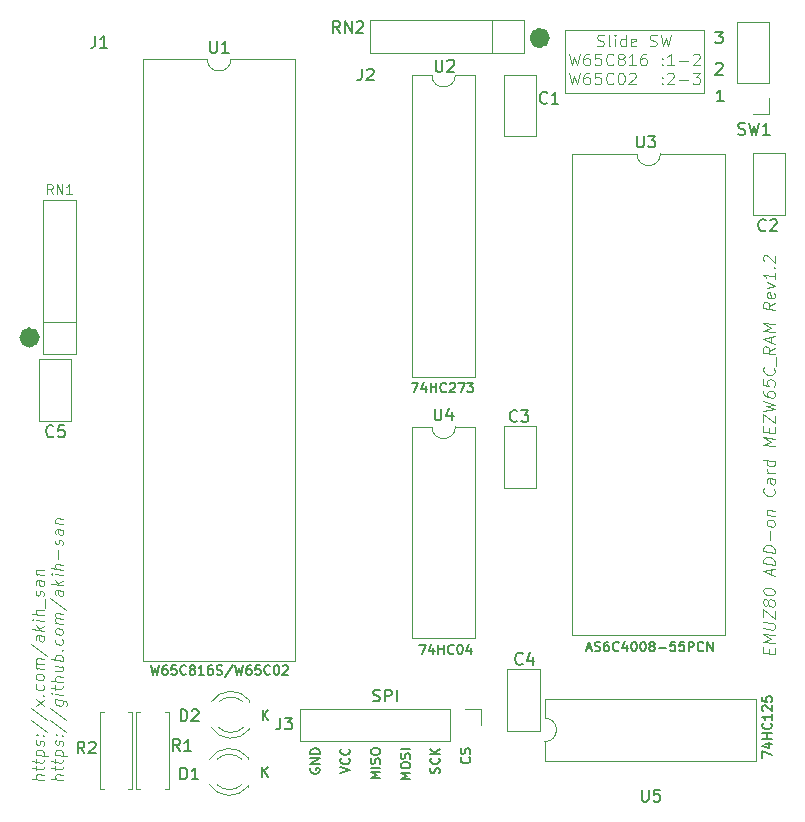
<source format=gto>
%TF.GenerationSoftware,KiCad,Pcbnew,7.0.7*%
%TF.CreationDate,2024-07-31T13:54:12+09:00*%
%TF.ProjectId,w65c_Rev1.2,77363563-5f52-4657-9631-2e322e6b6963,Rev1.2*%
%TF.SameCoordinates,PX5f6f270PY775a330*%
%TF.FileFunction,Legend,Top*%
%TF.FilePolarity,Positive*%
%FSLAX46Y46*%
G04 Gerber Fmt 4.6, Leading zero omitted, Abs format (unit mm)*
G04 Created by KiCad (PCBNEW 7.0.7) date 2024-07-31 13:54:12*
%MOMM*%
%LPD*%
G01*
G04 APERTURE LIST*
%ADD10C,0.100000*%
%ADD11C,0.883390*%
%ADD12C,0.150000*%
%ADD13C,0.200000*%
%ADD14C,0.160000*%
%ADD15C,0.125000*%
%ADD16C,0.120000*%
G04 APERTURE END LIST*
D10*
X47240000Y66570000D02*
X59040000Y66570000D01*
X59040000Y61290000D01*
X47240000Y61290000D01*
X47240000Y66570000D01*
D11*
X2351695Y40573390D02*
G75*
G03*
X2351695Y40573390I-441695J0D01*
G01*
X45531695Y65920000D02*
G75*
G03*
X45531695Y65920000I-441695J0D01*
G01*
D12*
X31574295Y3229161D02*
X30774295Y3229161D01*
X30774295Y3229161D02*
X31345723Y3495827D01*
X31345723Y3495827D02*
X30774295Y3762494D01*
X30774295Y3762494D02*
X31574295Y3762494D01*
X31574295Y4143447D02*
X30774295Y4143447D01*
X31536200Y4486303D02*
X31574295Y4600589D01*
X31574295Y4600589D02*
X31574295Y4791065D01*
X31574295Y4791065D02*
X31536200Y4867256D01*
X31536200Y4867256D02*
X31498104Y4905351D01*
X31498104Y4905351D02*
X31421914Y4943446D01*
X31421914Y4943446D02*
X31345723Y4943446D01*
X31345723Y4943446D02*
X31269533Y4905351D01*
X31269533Y4905351D02*
X31231438Y4867256D01*
X31231438Y4867256D02*
X31193342Y4791065D01*
X31193342Y4791065D02*
X31155247Y4638684D01*
X31155247Y4638684D02*
X31117152Y4562494D01*
X31117152Y4562494D02*
X31079057Y4524399D01*
X31079057Y4524399D02*
X31002866Y4486303D01*
X31002866Y4486303D02*
X30926676Y4486303D01*
X30926676Y4486303D02*
X30850485Y4524399D01*
X30850485Y4524399D02*
X30812390Y4562494D01*
X30812390Y4562494D02*
X30774295Y4638684D01*
X30774295Y4638684D02*
X30774295Y4829161D01*
X30774295Y4829161D02*
X30812390Y4943446D01*
X30774295Y5438685D02*
X30774295Y5591066D01*
X30774295Y5591066D02*
X30812390Y5667256D01*
X30812390Y5667256D02*
X30888580Y5743447D01*
X30888580Y5743447D02*
X31040961Y5781542D01*
X31040961Y5781542D02*
X31307628Y5781542D01*
X31307628Y5781542D02*
X31460009Y5743447D01*
X31460009Y5743447D02*
X31536200Y5667256D01*
X31536200Y5667256D02*
X31574295Y5591066D01*
X31574295Y5591066D02*
X31574295Y5438685D01*
X31574295Y5438685D02*
X31536200Y5362494D01*
X31536200Y5362494D02*
X31460009Y5286304D01*
X31460009Y5286304D02*
X31307628Y5248208D01*
X31307628Y5248208D02*
X31040961Y5248208D01*
X31040961Y5248208D02*
X30888580Y5286304D01*
X30888580Y5286304D02*
X30812390Y5362494D01*
X30812390Y5362494D02*
X30774295Y5438685D01*
D13*
X59964435Y66462781D02*
X60583482Y66462781D01*
X60583482Y66462781D02*
X60250149Y66081829D01*
X60250149Y66081829D02*
X60393006Y66081829D01*
X60393006Y66081829D02*
X60488244Y66034210D01*
X60488244Y66034210D02*
X60535863Y65986591D01*
X60535863Y65986591D02*
X60583482Y65891353D01*
X60583482Y65891353D02*
X60583482Y65653258D01*
X60583482Y65653258D02*
X60535863Y65558020D01*
X60535863Y65558020D02*
X60488244Y65510400D01*
X60488244Y65510400D02*
X60393006Y65462781D01*
X60393006Y65462781D02*
X60107292Y65462781D01*
X60107292Y65462781D02*
X60012054Y65510400D01*
X60012054Y65510400D02*
X59964435Y65558020D01*
D12*
X25712390Y4098208D02*
X25674295Y4022018D01*
X25674295Y4022018D02*
X25674295Y3907732D01*
X25674295Y3907732D02*
X25712390Y3793446D01*
X25712390Y3793446D02*
X25788580Y3717256D01*
X25788580Y3717256D02*
X25864771Y3679161D01*
X25864771Y3679161D02*
X26017152Y3641065D01*
X26017152Y3641065D02*
X26131438Y3641065D01*
X26131438Y3641065D02*
X26283819Y3679161D01*
X26283819Y3679161D02*
X26360009Y3717256D01*
X26360009Y3717256D02*
X26436200Y3793446D01*
X26436200Y3793446D02*
X26474295Y3907732D01*
X26474295Y3907732D02*
X26474295Y3983923D01*
X26474295Y3983923D02*
X26436200Y4098208D01*
X26436200Y4098208D02*
X26398104Y4136304D01*
X26398104Y4136304D02*
X26131438Y4136304D01*
X26131438Y4136304D02*
X26131438Y3983923D01*
X26474295Y4479161D02*
X25674295Y4479161D01*
X25674295Y4479161D02*
X26474295Y4936304D01*
X26474295Y4936304D02*
X25674295Y4936304D01*
X26474295Y5317256D02*
X25674295Y5317256D01*
X25674295Y5317256D02*
X25674295Y5507732D01*
X25674295Y5507732D02*
X25712390Y5622018D01*
X25712390Y5622018D02*
X25788580Y5698208D01*
X25788580Y5698208D02*
X25864771Y5736303D01*
X25864771Y5736303D02*
X26017152Y5774399D01*
X26017152Y5774399D02*
X26131438Y5774399D01*
X26131438Y5774399D02*
X26283819Y5736303D01*
X26283819Y5736303D02*
X26360009Y5698208D01*
X26360009Y5698208D02*
X26436200Y5622018D01*
X26436200Y5622018D02*
X26474295Y5507732D01*
X26474295Y5507732D02*
X26474295Y5317256D01*
X34114295Y3199161D02*
X33314295Y3199161D01*
X33314295Y3199161D02*
X33885723Y3465827D01*
X33885723Y3465827D02*
X33314295Y3732494D01*
X33314295Y3732494D02*
X34114295Y3732494D01*
X33314295Y4265828D02*
X33314295Y4418209D01*
X33314295Y4418209D02*
X33352390Y4494399D01*
X33352390Y4494399D02*
X33428580Y4570590D01*
X33428580Y4570590D02*
X33580961Y4608685D01*
X33580961Y4608685D02*
X33847628Y4608685D01*
X33847628Y4608685D02*
X34000009Y4570590D01*
X34000009Y4570590D02*
X34076200Y4494399D01*
X34076200Y4494399D02*
X34114295Y4418209D01*
X34114295Y4418209D02*
X34114295Y4265828D01*
X34114295Y4265828D02*
X34076200Y4189637D01*
X34076200Y4189637D02*
X34000009Y4113447D01*
X34000009Y4113447D02*
X33847628Y4075351D01*
X33847628Y4075351D02*
X33580961Y4075351D01*
X33580961Y4075351D02*
X33428580Y4113447D01*
X33428580Y4113447D02*
X33352390Y4189637D01*
X33352390Y4189637D02*
X33314295Y4265828D01*
X34076200Y4913446D02*
X34114295Y5027732D01*
X34114295Y5027732D02*
X34114295Y5218208D01*
X34114295Y5218208D02*
X34076200Y5294399D01*
X34076200Y5294399D02*
X34038104Y5332494D01*
X34038104Y5332494D02*
X33961914Y5370589D01*
X33961914Y5370589D02*
X33885723Y5370589D01*
X33885723Y5370589D02*
X33809533Y5332494D01*
X33809533Y5332494D02*
X33771438Y5294399D01*
X33771438Y5294399D02*
X33733342Y5218208D01*
X33733342Y5218208D02*
X33695247Y5065827D01*
X33695247Y5065827D02*
X33657152Y4989637D01*
X33657152Y4989637D02*
X33619057Y4951542D01*
X33619057Y4951542D02*
X33542866Y4913446D01*
X33542866Y4913446D02*
X33466676Y4913446D01*
X33466676Y4913446D02*
X33390485Y4951542D01*
X33390485Y4951542D02*
X33352390Y4989637D01*
X33352390Y4989637D02*
X33314295Y5065827D01*
X33314295Y5065827D02*
X33314295Y5256304D01*
X33314295Y5256304D02*
X33352390Y5370589D01*
X34114295Y5713447D02*
X33314295Y5713447D01*
X36596200Y3671065D02*
X36634295Y3785351D01*
X36634295Y3785351D02*
X36634295Y3975827D01*
X36634295Y3975827D02*
X36596200Y4052018D01*
X36596200Y4052018D02*
X36558104Y4090113D01*
X36558104Y4090113D02*
X36481914Y4128208D01*
X36481914Y4128208D02*
X36405723Y4128208D01*
X36405723Y4128208D02*
X36329533Y4090113D01*
X36329533Y4090113D02*
X36291438Y4052018D01*
X36291438Y4052018D02*
X36253342Y3975827D01*
X36253342Y3975827D02*
X36215247Y3823446D01*
X36215247Y3823446D02*
X36177152Y3747256D01*
X36177152Y3747256D02*
X36139057Y3709161D01*
X36139057Y3709161D02*
X36062866Y3671065D01*
X36062866Y3671065D02*
X35986676Y3671065D01*
X35986676Y3671065D02*
X35910485Y3709161D01*
X35910485Y3709161D02*
X35872390Y3747256D01*
X35872390Y3747256D02*
X35834295Y3823446D01*
X35834295Y3823446D02*
X35834295Y4013923D01*
X35834295Y4013923D02*
X35872390Y4128208D01*
X36558104Y4928209D02*
X36596200Y4890113D01*
X36596200Y4890113D02*
X36634295Y4775828D01*
X36634295Y4775828D02*
X36634295Y4699637D01*
X36634295Y4699637D02*
X36596200Y4585351D01*
X36596200Y4585351D02*
X36520009Y4509161D01*
X36520009Y4509161D02*
X36443819Y4471066D01*
X36443819Y4471066D02*
X36291438Y4432970D01*
X36291438Y4432970D02*
X36177152Y4432970D01*
X36177152Y4432970D02*
X36024771Y4471066D01*
X36024771Y4471066D02*
X35948580Y4509161D01*
X35948580Y4509161D02*
X35872390Y4585351D01*
X35872390Y4585351D02*
X35834295Y4699637D01*
X35834295Y4699637D02*
X35834295Y4775828D01*
X35834295Y4775828D02*
X35872390Y4890113D01*
X35872390Y4890113D02*
X35910485Y4928209D01*
X36634295Y5271066D02*
X35834295Y5271066D01*
X36634295Y5728209D02*
X36177152Y5385351D01*
X35834295Y5728209D02*
X36291438Y5271066D01*
X39118104Y5006304D02*
X39156200Y4968208D01*
X39156200Y4968208D02*
X39194295Y4853923D01*
X39194295Y4853923D02*
X39194295Y4777732D01*
X39194295Y4777732D02*
X39156200Y4663446D01*
X39156200Y4663446D02*
X39080009Y4587256D01*
X39080009Y4587256D02*
X39003819Y4549161D01*
X39003819Y4549161D02*
X38851438Y4511065D01*
X38851438Y4511065D02*
X38737152Y4511065D01*
X38737152Y4511065D02*
X38584771Y4549161D01*
X38584771Y4549161D02*
X38508580Y4587256D01*
X38508580Y4587256D02*
X38432390Y4663446D01*
X38432390Y4663446D02*
X38394295Y4777732D01*
X38394295Y4777732D02*
X38394295Y4853923D01*
X38394295Y4853923D02*
X38432390Y4968208D01*
X38432390Y4968208D02*
X38470485Y5006304D01*
X39156200Y5311065D02*
X39194295Y5425351D01*
X39194295Y5425351D02*
X39194295Y5615827D01*
X39194295Y5615827D02*
X39156200Y5692018D01*
X39156200Y5692018D02*
X39118104Y5730113D01*
X39118104Y5730113D02*
X39041914Y5768208D01*
X39041914Y5768208D02*
X38965723Y5768208D01*
X38965723Y5768208D02*
X38889533Y5730113D01*
X38889533Y5730113D02*
X38851438Y5692018D01*
X38851438Y5692018D02*
X38813342Y5615827D01*
X38813342Y5615827D02*
X38775247Y5463446D01*
X38775247Y5463446D02*
X38737152Y5387256D01*
X38737152Y5387256D02*
X38699057Y5349161D01*
X38699057Y5349161D02*
X38622866Y5311065D01*
X38622866Y5311065D02*
X38546676Y5311065D01*
X38546676Y5311065D02*
X38470485Y5349161D01*
X38470485Y5349161D02*
X38432390Y5387256D01*
X38432390Y5387256D02*
X38394295Y5463446D01*
X38394295Y5463446D02*
X38394295Y5653923D01*
X38394295Y5653923D02*
X38432390Y5768208D01*
D14*
X49086643Y14234797D02*
X49467596Y14234797D01*
X49010453Y14006225D02*
X49277120Y14806225D01*
X49277120Y14806225D02*
X49543786Y14006225D01*
X49772357Y14044320D02*
X49886643Y14006225D01*
X49886643Y14006225D02*
X50077119Y14006225D01*
X50077119Y14006225D02*
X50153310Y14044320D01*
X50153310Y14044320D02*
X50191405Y14082416D01*
X50191405Y14082416D02*
X50229500Y14158606D01*
X50229500Y14158606D02*
X50229500Y14234797D01*
X50229500Y14234797D02*
X50191405Y14310987D01*
X50191405Y14310987D02*
X50153310Y14349082D01*
X50153310Y14349082D02*
X50077119Y14387178D01*
X50077119Y14387178D02*
X49924738Y14425273D01*
X49924738Y14425273D02*
X49848548Y14463368D01*
X49848548Y14463368D02*
X49810453Y14501463D01*
X49810453Y14501463D02*
X49772357Y14577654D01*
X49772357Y14577654D02*
X49772357Y14653844D01*
X49772357Y14653844D02*
X49810453Y14730035D01*
X49810453Y14730035D02*
X49848548Y14768130D01*
X49848548Y14768130D02*
X49924738Y14806225D01*
X49924738Y14806225D02*
X50115215Y14806225D01*
X50115215Y14806225D02*
X50229500Y14768130D01*
X50915215Y14806225D02*
X50762834Y14806225D01*
X50762834Y14806225D02*
X50686643Y14768130D01*
X50686643Y14768130D02*
X50648548Y14730035D01*
X50648548Y14730035D02*
X50572358Y14615749D01*
X50572358Y14615749D02*
X50534262Y14463368D01*
X50534262Y14463368D02*
X50534262Y14158606D01*
X50534262Y14158606D02*
X50572358Y14082416D01*
X50572358Y14082416D02*
X50610453Y14044320D01*
X50610453Y14044320D02*
X50686643Y14006225D01*
X50686643Y14006225D02*
X50839024Y14006225D01*
X50839024Y14006225D02*
X50915215Y14044320D01*
X50915215Y14044320D02*
X50953310Y14082416D01*
X50953310Y14082416D02*
X50991405Y14158606D01*
X50991405Y14158606D02*
X50991405Y14349082D01*
X50991405Y14349082D02*
X50953310Y14425273D01*
X50953310Y14425273D02*
X50915215Y14463368D01*
X50915215Y14463368D02*
X50839024Y14501463D01*
X50839024Y14501463D02*
X50686643Y14501463D01*
X50686643Y14501463D02*
X50610453Y14463368D01*
X50610453Y14463368D02*
X50572358Y14425273D01*
X50572358Y14425273D02*
X50534262Y14349082D01*
X51791406Y14082416D02*
X51753310Y14044320D01*
X51753310Y14044320D02*
X51639025Y14006225D01*
X51639025Y14006225D02*
X51562834Y14006225D01*
X51562834Y14006225D02*
X51448548Y14044320D01*
X51448548Y14044320D02*
X51372358Y14120511D01*
X51372358Y14120511D02*
X51334263Y14196701D01*
X51334263Y14196701D02*
X51296167Y14349082D01*
X51296167Y14349082D02*
X51296167Y14463368D01*
X51296167Y14463368D02*
X51334263Y14615749D01*
X51334263Y14615749D02*
X51372358Y14691940D01*
X51372358Y14691940D02*
X51448548Y14768130D01*
X51448548Y14768130D02*
X51562834Y14806225D01*
X51562834Y14806225D02*
X51639025Y14806225D01*
X51639025Y14806225D02*
X51753310Y14768130D01*
X51753310Y14768130D02*
X51791406Y14730035D01*
X52477120Y14539559D02*
X52477120Y14006225D01*
X52286644Y14844320D02*
X52096167Y14272892D01*
X52096167Y14272892D02*
X52591406Y14272892D01*
X53048549Y14806225D02*
X53124739Y14806225D01*
X53124739Y14806225D02*
X53200930Y14768130D01*
X53200930Y14768130D02*
X53239025Y14730035D01*
X53239025Y14730035D02*
X53277120Y14653844D01*
X53277120Y14653844D02*
X53315215Y14501463D01*
X53315215Y14501463D02*
X53315215Y14310987D01*
X53315215Y14310987D02*
X53277120Y14158606D01*
X53277120Y14158606D02*
X53239025Y14082416D01*
X53239025Y14082416D02*
X53200930Y14044320D01*
X53200930Y14044320D02*
X53124739Y14006225D01*
X53124739Y14006225D02*
X53048549Y14006225D01*
X53048549Y14006225D02*
X52972358Y14044320D01*
X52972358Y14044320D02*
X52934263Y14082416D01*
X52934263Y14082416D02*
X52896168Y14158606D01*
X52896168Y14158606D02*
X52858072Y14310987D01*
X52858072Y14310987D02*
X52858072Y14501463D01*
X52858072Y14501463D02*
X52896168Y14653844D01*
X52896168Y14653844D02*
X52934263Y14730035D01*
X52934263Y14730035D02*
X52972358Y14768130D01*
X52972358Y14768130D02*
X53048549Y14806225D01*
X53810454Y14806225D02*
X53886644Y14806225D01*
X53886644Y14806225D02*
X53962835Y14768130D01*
X53962835Y14768130D02*
X54000930Y14730035D01*
X54000930Y14730035D02*
X54039025Y14653844D01*
X54039025Y14653844D02*
X54077120Y14501463D01*
X54077120Y14501463D02*
X54077120Y14310987D01*
X54077120Y14310987D02*
X54039025Y14158606D01*
X54039025Y14158606D02*
X54000930Y14082416D01*
X54000930Y14082416D02*
X53962835Y14044320D01*
X53962835Y14044320D02*
X53886644Y14006225D01*
X53886644Y14006225D02*
X53810454Y14006225D01*
X53810454Y14006225D02*
X53734263Y14044320D01*
X53734263Y14044320D02*
X53696168Y14082416D01*
X53696168Y14082416D02*
X53658073Y14158606D01*
X53658073Y14158606D02*
X53619977Y14310987D01*
X53619977Y14310987D02*
X53619977Y14501463D01*
X53619977Y14501463D02*
X53658073Y14653844D01*
X53658073Y14653844D02*
X53696168Y14730035D01*
X53696168Y14730035D02*
X53734263Y14768130D01*
X53734263Y14768130D02*
X53810454Y14806225D01*
X54534263Y14463368D02*
X54458073Y14501463D01*
X54458073Y14501463D02*
X54419978Y14539559D01*
X54419978Y14539559D02*
X54381882Y14615749D01*
X54381882Y14615749D02*
X54381882Y14653844D01*
X54381882Y14653844D02*
X54419978Y14730035D01*
X54419978Y14730035D02*
X54458073Y14768130D01*
X54458073Y14768130D02*
X54534263Y14806225D01*
X54534263Y14806225D02*
X54686644Y14806225D01*
X54686644Y14806225D02*
X54762835Y14768130D01*
X54762835Y14768130D02*
X54800930Y14730035D01*
X54800930Y14730035D02*
X54839025Y14653844D01*
X54839025Y14653844D02*
X54839025Y14615749D01*
X54839025Y14615749D02*
X54800930Y14539559D01*
X54800930Y14539559D02*
X54762835Y14501463D01*
X54762835Y14501463D02*
X54686644Y14463368D01*
X54686644Y14463368D02*
X54534263Y14463368D01*
X54534263Y14463368D02*
X54458073Y14425273D01*
X54458073Y14425273D02*
X54419978Y14387178D01*
X54419978Y14387178D02*
X54381882Y14310987D01*
X54381882Y14310987D02*
X54381882Y14158606D01*
X54381882Y14158606D02*
X54419978Y14082416D01*
X54419978Y14082416D02*
X54458073Y14044320D01*
X54458073Y14044320D02*
X54534263Y14006225D01*
X54534263Y14006225D02*
X54686644Y14006225D01*
X54686644Y14006225D02*
X54762835Y14044320D01*
X54762835Y14044320D02*
X54800930Y14082416D01*
X54800930Y14082416D02*
X54839025Y14158606D01*
X54839025Y14158606D02*
X54839025Y14310987D01*
X54839025Y14310987D02*
X54800930Y14387178D01*
X54800930Y14387178D02*
X54762835Y14425273D01*
X54762835Y14425273D02*
X54686644Y14463368D01*
X55181883Y14310987D02*
X55791407Y14310987D01*
X56553311Y14806225D02*
X56172359Y14806225D01*
X56172359Y14806225D02*
X56134263Y14425273D01*
X56134263Y14425273D02*
X56172359Y14463368D01*
X56172359Y14463368D02*
X56248549Y14501463D01*
X56248549Y14501463D02*
X56439025Y14501463D01*
X56439025Y14501463D02*
X56515216Y14463368D01*
X56515216Y14463368D02*
X56553311Y14425273D01*
X56553311Y14425273D02*
X56591406Y14349082D01*
X56591406Y14349082D02*
X56591406Y14158606D01*
X56591406Y14158606D02*
X56553311Y14082416D01*
X56553311Y14082416D02*
X56515216Y14044320D01*
X56515216Y14044320D02*
X56439025Y14006225D01*
X56439025Y14006225D02*
X56248549Y14006225D01*
X56248549Y14006225D02*
X56172359Y14044320D01*
X56172359Y14044320D02*
X56134263Y14082416D01*
X57315216Y14806225D02*
X56934264Y14806225D01*
X56934264Y14806225D02*
X56896168Y14425273D01*
X56896168Y14425273D02*
X56934264Y14463368D01*
X56934264Y14463368D02*
X57010454Y14501463D01*
X57010454Y14501463D02*
X57200930Y14501463D01*
X57200930Y14501463D02*
X57277121Y14463368D01*
X57277121Y14463368D02*
X57315216Y14425273D01*
X57315216Y14425273D02*
X57353311Y14349082D01*
X57353311Y14349082D02*
X57353311Y14158606D01*
X57353311Y14158606D02*
X57315216Y14082416D01*
X57315216Y14082416D02*
X57277121Y14044320D01*
X57277121Y14044320D02*
X57200930Y14006225D01*
X57200930Y14006225D02*
X57010454Y14006225D01*
X57010454Y14006225D02*
X56934264Y14044320D01*
X56934264Y14044320D02*
X56896168Y14082416D01*
X57696169Y14006225D02*
X57696169Y14806225D01*
X57696169Y14806225D02*
X58000931Y14806225D01*
X58000931Y14806225D02*
X58077121Y14768130D01*
X58077121Y14768130D02*
X58115216Y14730035D01*
X58115216Y14730035D02*
X58153312Y14653844D01*
X58153312Y14653844D02*
X58153312Y14539559D01*
X58153312Y14539559D02*
X58115216Y14463368D01*
X58115216Y14463368D02*
X58077121Y14425273D01*
X58077121Y14425273D02*
X58000931Y14387178D01*
X58000931Y14387178D02*
X57696169Y14387178D01*
X58953312Y14082416D02*
X58915216Y14044320D01*
X58915216Y14044320D02*
X58800931Y14006225D01*
X58800931Y14006225D02*
X58724740Y14006225D01*
X58724740Y14006225D02*
X58610454Y14044320D01*
X58610454Y14044320D02*
X58534264Y14120511D01*
X58534264Y14120511D02*
X58496169Y14196701D01*
X58496169Y14196701D02*
X58458073Y14349082D01*
X58458073Y14349082D02*
X58458073Y14463368D01*
X58458073Y14463368D02*
X58496169Y14615749D01*
X58496169Y14615749D02*
X58534264Y14691940D01*
X58534264Y14691940D02*
X58610454Y14768130D01*
X58610454Y14768130D02*
X58724740Y14806225D01*
X58724740Y14806225D02*
X58800931Y14806225D01*
X58800931Y14806225D02*
X58915216Y14768130D01*
X58915216Y14768130D02*
X58953312Y14730035D01*
X59296169Y14006225D02*
X59296169Y14806225D01*
X59296169Y14806225D02*
X59753312Y14006225D01*
X59753312Y14006225D02*
X59753312Y14806225D01*
D15*
X3111119Y3084379D02*
X2111119Y3209379D01*
X3111119Y3512951D02*
X2587309Y3578427D01*
X2587309Y3578427D02*
X2492071Y3542713D01*
X2492071Y3542713D02*
X2444452Y3453427D01*
X2444452Y3453427D02*
X2444452Y3310570D01*
X2444452Y3310570D02*
X2492071Y3209379D01*
X2492071Y3209379D02*
X2539690Y3155808D01*
X2444452Y3929618D02*
X2444452Y4310570D01*
X2111119Y4114141D02*
X2968261Y4006998D01*
X2968261Y4006998D02*
X3063500Y4042713D01*
X3063500Y4042713D02*
X3111119Y4131998D01*
X3111119Y4131998D02*
X3111119Y4227237D01*
X2444452Y4501047D02*
X2444452Y4881999D01*
X2111119Y4685570D02*
X2968261Y4578427D01*
X2968261Y4578427D02*
X3063500Y4614142D01*
X3063500Y4614142D02*
X3111119Y4703427D01*
X3111119Y4703427D02*
X3111119Y4798666D01*
X2444452Y5215333D02*
X3444452Y5090333D01*
X2492071Y5209380D02*
X2444452Y5310571D01*
X2444452Y5310571D02*
X2444452Y5501047D01*
X2444452Y5501047D02*
X2492071Y5590333D01*
X2492071Y5590333D02*
X2539690Y5631999D01*
X2539690Y5631999D02*
X2634928Y5667714D01*
X2634928Y5667714D02*
X2920642Y5631999D01*
X2920642Y5631999D02*
X3015880Y5572476D01*
X3015880Y5572476D02*
X3063500Y5518904D01*
X3063500Y5518904D02*
X3111119Y5417714D01*
X3111119Y5417714D02*
X3111119Y5227237D01*
X3111119Y5227237D02*
X3063500Y5137952D01*
X3063500Y5995095D02*
X3111119Y6084380D01*
X3111119Y6084380D02*
X3111119Y6274857D01*
X3111119Y6274857D02*
X3063500Y6376047D01*
X3063500Y6376047D02*
X2968261Y6435571D01*
X2968261Y6435571D02*
X2920642Y6441523D01*
X2920642Y6441523D02*
X2825404Y6405809D01*
X2825404Y6405809D02*
X2777785Y6316523D01*
X2777785Y6316523D02*
X2777785Y6173666D01*
X2777785Y6173666D02*
X2730166Y6084380D01*
X2730166Y6084380D02*
X2634928Y6048666D01*
X2634928Y6048666D02*
X2587309Y6054618D01*
X2587309Y6054618D02*
X2492071Y6114142D01*
X2492071Y6114142D02*
X2444452Y6215333D01*
X2444452Y6215333D02*
X2444452Y6358190D01*
X2444452Y6358190D02*
X2492071Y6447476D01*
X3015880Y6858190D02*
X3063500Y6899857D01*
X3063500Y6899857D02*
X3111119Y6846285D01*
X3111119Y6846285D02*
X3063500Y6804619D01*
X3063500Y6804619D02*
X3015880Y6858190D01*
X3015880Y6858190D02*
X3111119Y6846285D01*
X2492071Y6923666D02*
X2539690Y6965333D01*
X2539690Y6965333D02*
X2587309Y6911762D01*
X2587309Y6911762D02*
X2539690Y6870095D01*
X2539690Y6870095D02*
X2492071Y6923666D01*
X2492071Y6923666D02*
X2587309Y6911762D01*
X2063500Y8167713D02*
X3349214Y7149856D01*
X2063500Y9215332D02*
X3349214Y8197475D01*
X3111119Y9322475D02*
X2444452Y9929618D01*
X2444452Y9405809D02*
X3111119Y9846285D01*
X3015880Y10239142D02*
X3063500Y10280809D01*
X3063500Y10280809D02*
X3111119Y10227237D01*
X3111119Y10227237D02*
X3063500Y10185571D01*
X3063500Y10185571D02*
X3015880Y10239142D01*
X3015880Y10239142D02*
X3111119Y10227237D01*
X3063500Y11137951D02*
X3111119Y11036761D01*
X3111119Y11036761D02*
X3111119Y10846284D01*
X3111119Y10846284D02*
X3063500Y10756999D01*
X3063500Y10756999D02*
X3015880Y10715332D01*
X3015880Y10715332D02*
X2920642Y10679618D01*
X2920642Y10679618D02*
X2634928Y10715332D01*
X2634928Y10715332D02*
X2539690Y10774856D01*
X2539690Y10774856D02*
X2492071Y10828427D01*
X2492071Y10828427D02*
X2444452Y10929618D01*
X2444452Y10929618D02*
X2444452Y11120094D01*
X2444452Y11120094D02*
X2492071Y11209380D01*
X3111119Y11703427D02*
X3063500Y11614142D01*
X3063500Y11614142D02*
X3015880Y11572475D01*
X3015880Y11572475D02*
X2920642Y11536761D01*
X2920642Y11536761D02*
X2634928Y11572475D01*
X2634928Y11572475D02*
X2539690Y11631999D01*
X2539690Y11631999D02*
X2492071Y11685570D01*
X2492071Y11685570D02*
X2444452Y11786761D01*
X2444452Y11786761D02*
X2444452Y11929618D01*
X2444452Y11929618D02*
X2492071Y12018904D01*
X2492071Y12018904D02*
X2539690Y12060570D01*
X2539690Y12060570D02*
X2634928Y12096285D01*
X2634928Y12096285D02*
X2920642Y12060570D01*
X2920642Y12060570D02*
X3015880Y12001047D01*
X3015880Y12001047D02*
X3063500Y11947475D01*
X3063500Y11947475D02*
X3111119Y11846285D01*
X3111119Y11846285D02*
X3111119Y11703427D01*
X3111119Y12465332D02*
X2444452Y12548666D01*
X2539690Y12536761D02*
X2492071Y12590332D01*
X2492071Y12590332D02*
X2444452Y12691523D01*
X2444452Y12691523D02*
X2444452Y12834380D01*
X2444452Y12834380D02*
X2492071Y12923666D01*
X2492071Y12923666D02*
X2587309Y12959380D01*
X2587309Y12959380D02*
X3111119Y12893904D01*
X2587309Y12959380D02*
X2492071Y13018904D01*
X2492071Y13018904D02*
X2444452Y13120094D01*
X2444452Y13120094D02*
X2444452Y13262951D01*
X2444452Y13262951D02*
X2492071Y13352237D01*
X2492071Y13352237D02*
X2587309Y13387951D01*
X2587309Y13387951D02*
X3111119Y13322475D01*
X2063500Y14643903D02*
X3349214Y13626046D01*
X3111119Y15274856D02*
X2587309Y15340332D01*
X2587309Y15340332D02*
X2492071Y15304618D01*
X2492071Y15304618D02*
X2444452Y15215332D01*
X2444452Y15215332D02*
X2444452Y15024856D01*
X2444452Y15024856D02*
X2492071Y14923665D01*
X3063500Y15280808D02*
X3111119Y15179618D01*
X3111119Y15179618D02*
X3111119Y14941522D01*
X3111119Y14941522D02*
X3063500Y14852237D01*
X3063500Y14852237D02*
X2968261Y14816522D01*
X2968261Y14816522D02*
X2873023Y14828427D01*
X2873023Y14828427D02*
X2777785Y14887951D01*
X2777785Y14887951D02*
X2730166Y14989141D01*
X2730166Y14989141D02*
X2730166Y15227237D01*
X2730166Y15227237D02*
X2682547Y15328427D01*
X3111119Y15751046D02*
X2111119Y15876046D01*
X2730166Y15893903D02*
X3111119Y16131999D01*
X2444452Y16215332D02*
X2825404Y15786761D01*
X3111119Y16560570D02*
X2444452Y16643904D01*
X2111119Y16685570D02*
X2158738Y16631999D01*
X2158738Y16631999D02*
X2206357Y16673666D01*
X2206357Y16673666D02*
X2158738Y16727237D01*
X2158738Y16727237D02*
X2111119Y16685570D01*
X2111119Y16685570D02*
X2206357Y16673666D01*
X3111119Y17036760D02*
X2111119Y17161760D01*
X3111119Y17465332D02*
X2587309Y17530808D01*
X2587309Y17530808D02*
X2492071Y17495094D01*
X2492071Y17495094D02*
X2444452Y17405808D01*
X2444452Y17405808D02*
X2444452Y17262951D01*
X2444452Y17262951D02*
X2492071Y17161760D01*
X2492071Y17161760D02*
X2539690Y17108189D01*
X3206357Y17691522D02*
X3206357Y18453427D01*
X3063500Y18661761D02*
X3111119Y18751046D01*
X3111119Y18751046D02*
X3111119Y18941523D01*
X3111119Y18941523D02*
X3063500Y19042713D01*
X3063500Y19042713D02*
X2968261Y19102237D01*
X2968261Y19102237D02*
X2920642Y19108189D01*
X2920642Y19108189D02*
X2825404Y19072475D01*
X2825404Y19072475D02*
X2777785Y18983189D01*
X2777785Y18983189D02*
X2777785Y18840332D01*
X2777785Y18840332D02*
X2730166Y18751046D01*
X2730166Y18751046D02*
X2634928Y18715332D01*
X2634928Y18715332D02*
X2587309Y18721284D01*
X2587309Y18721284D02*
X2492071Y18780808D01*
X2492071Y18780808D02*
X2444452Y18881999D01*
X2444452Y18881999D02*
X2444452Y19024856D01*
X2444452Y19024856D02*
X2492071Y19114142D01*
X3111119Y19941523D02*
X2587309Y20006999D01*
X2587309Y20006999D02*
X2492071Y19971285D01*
X2492071Y19971285D02*
X2444452Y19881999D01*
X2444452Y19881999D02*
X2444452Y19691523D01*
X2444452Y19691523D02*
X2492071Y19590332D01*
X3063500Y19947475D02*
X3111119Y19846285D01*
X3111119Y19846285D02*
X3111119Y19608189D01*
X3111119Y19608189D02*
X3063500Y19518904D01*
X3063500Y19518904D02*
X2968261Y19483189D01*
X2968261Y19483189D02*
X2873023Y19495094D01*
X2873023Y19495094D02*
X2777785Y19554618D01*
X2777785Y19554618D02*
X2730166Y19655808D01*
X2730166Y19655808D02*
X2730166Y19893904D01*
X2730166Y19893904D02*
X2682547Y19995094D01*
X2444452Y20501047D02*
X3111119Y20417713D01*
X2539690Y20489142D02*
X2492071Y20542713D01*
X2492071Y20542713D02*
X2444452Y20643904D01*
X2444452Y20643904D02*
X2444452Y20786761D01*
X2444452Y20786761D02*
X2492071Y20876047D01*
X2492071Y20876047D02*
X2587309Y20911761D01*
X2587309Y20911761D02*
X3111119Y20846285D01*
X4721119Y3084379D02*
X3721119Y3209379D01*
X4721119Y3512951D02*
X4197309Y3578427D01*
X4197309Y3578427D02*
X4102071Y3542713D01*
X4102071Y3542713D02*
X4054452Y3453427D01*
X4054452Y3453427D02*
X4054452Y3310570D01*
X4054452Y3310570D02*
X4102071Y3209379D01*
X4102071Y3209379D02*
X4149690Y3155808D01*
X4054452Y3929618D02*
X4054452Y4310570D01*
X3721119Y4114141D02*
X4578261Y4006998D01*
X4578261Y4006998D02*
X4673500Y4042713D01*
X4673500Y4042713D02*
X4721119Y4131998D01*
X4721119Y4131998D02*
X4721119Y4227237D01*
X4054452Y4501047D02*
X4054452Y4881999D01*
X3721119Y4685570D02*
X4578261Y4578427D01*
X4578261Y4578427D02*
X4673500Y4614142D01*
X4673500Y4614142D02*
X4721119Y4703427D01*
X4721119Y4703427D02*
X4721119Y4798666D01*
X4054452Y5215333D02*
X5054452Y5090333D01*
X4102071Y5209380D02*
X4054452Y5310571D01*
X4054452Y5310571D02*
X4054452Y5501047D01*
X4054452Y5501047D02*
X4102071Y5590333D01*
X4102071Y5590333D02*
X4149690Y5631999D01*
X4149690Y5631999D02*
X4244928Y5667714D01*
X4244928Y5667714D02*
X4530642Y5631999D01*
X4530642Y5631999D02*
X4625880Y5572476D01*
X4625880Y5572476D02*
X4673500Y5518904D01*
X4673500Y5518904D02*
X4721119Y5417714D01*
X4721119Y5417714D02*
X4721119Y5227237D01*
X4721119Y5227237D02*
X4673500Y5137952D01*
X4673500Y5995095D02*
X4721119Y6084380D01*
X4721119Y6084380D02*
X4721119Y6274857D01*
X4721119Y6274857D02*
X4673500Y6376047D01*
X4673500Y6376047D02*
X4578261Y6435571D01*
X4578261Y6435571D02*
X4530642Y6441523D01*
X4530642Y6441523D02*
X4435404Y6405809D01*
X4435404Y6405809D02*
X4387785Y6316523D01*
X4387785Y6316523D02*
X4387785Y6173666D01*
X4387785Y6173666D02*
X4340166Y6084380D01*
X4340166Y6084380D02*
X4244928Y6048666D01*
X4244928Y6048666D02*
X4197309Y6054618D01*
X4197309Y6054618D02*
X4102071Y6114142D01*
X4102071Y6114142D02*
X4054452Y6215333D01*
X4054452Y6215333D02*
X4054452Y6358190D01*
X4054452Y6358190D02*
X4102071Y6447476D01*
X4625880Y6858190D02*
X4673500Y6899857D01*
X4673500Y6899857D02*
X4721119Y6846285D01*
X4721119Y6846285D02*
X4673500Y6804619D01*
X4673500Y6804619D02*
X4625880Y6858190D01*
X4625880Y6858190D02*
X4721119Y6846285D01*
X4102071Y6923666D02*
X4149690Y6965333D01*
X4149690Y6965333D02*
X4197309Y6911762D01*
X4197309Y6911762D02*
X4149690Y6870095D01*
X4149690Y6870095D02*
X4102071Y6923666D01*
X4102071Y6923666D02*
X4197309Y6911762D01*
X3673500Y8167713D02*
X4959214Y7149856D01*
X3673500Y9215332D02*
X4959214Y8197475D01*
X4054452Y9929618D02*
X4863976Y9828428D01*
X4863976Y9828428D02*
X4959214Y9768904D01*
X4959214Y9768904D02*
X5006833Y9715332D01*
X5006833Y9715332D02*
X5054452Y9614142D01*
X5054452Y9614142D02*
X5054452Y9471285D01*
X5054452Y9471285D02*
X5006833Y9381999D01*
X4673500Y9852237D02*
X4721119Y9751047D01*
X4721119Y9751047D02*
X4721119Y9560570D01*
X4721119Y9560570D02*
X4673500Y9471285D01*
X4673500Y9471285D02*
X4625880Y9429618D01*
X4625880Y9429618D02*
X4530642Y9393904D01*
X4530642Y9393904D02*
X4244928Y9429618D01*
X4244928Y9429618D02*
X4149690Y9489142D01*
X4149690Y9489142D02*
X4102071Y9542713D01*
X4102071Y9542713D02*
X4054452Y9643904D01*
X4054452Y9643904D02*
X4054452Y9834380D01*
X4054452Y9834380D02*
X4102071Y9923666D01*
X4721119Y10322475D02*
X4054452Y10405809D01*
X3721119Y10447475D02*
X3768738Y10393904D01*
X3768738Y10393904D02*
X3816357Y10435571D01*
X3816357Y10435571D02*
X3768738Y10489142D01*
X3768738Y10489142D02*
X3721119Y10447475D01*
X3721119Y10447475D02*
X3816357Y10435571D01*
X4054452Y10739142D02*
X4054452Y11120094D01*
X3721119Y10923665D02*
X4578261Y10816522D01*
X4578261Y10816522D02*
X4673500Y10852237D01*
X4673500Y10852237D02*
X4721119Y10941522D01*
X4721119Y10941522D02*
X4721119Y11036761D01*
X4721119Y11370094D02*
X3721119Y11495094D01*
X4721119Y11798666D02*
X4197309Y11864142D01*
X4197309Y11864142D02*
X4102071Y11828428D01*
X4102071Y11828428D02*
X4054452Y11739142D01*
X4054452Y11739142D02*
X4054452Y11596285D01*
X4054452Y11596285D02*
X4102071Y11495094D01*
X4102071Y11495094D02*
X4149690Y11441523D01*
X4054452Y12786761D02*
X4721119Y12703428D01*
X4054452Y12358190D02*
X4578261Y12292713D01*
X4578261Y12292713D02*
X4673500Y12328428D01*
X4673500Y12328428D02*
X4721119Y12417713D01*
X4721119Y12417713D02*
X4721119Y12560571D01*
X4721119Y12560571D02*
X4673500Y12661761D01*
X4673500Y12661761D02*
X4625880Y12715333D01*
X4721119Y13179618D02*
X3721119Y13304618D01*
X4102071Y13256999D02*
X4054452Y13358190D01*
X4054452Y13358190D02*
X4054452Y13548666D01*
X4054452Y13548666D02*
X4102071Y13637952D01*
X4102071Y13637952D02*
X4149690Y13679618D01*
X4149690Y13679618D02*
X4244928Y13715333D01*
X4244928Y13715333D02*
X4530642Y13679618D01*
X4530642Y13679618D02*
X4625880Y13620095D01*
X4625880Y13620095D02*
X4673500Y13566523D01*
X4673500Y13566523D02*
X4721119Y13465333D01*
X4721119Y13465333D02*
X4721119Y13274856D01*
X4721119Y13274856D02*
X4673500Y13185571D01*
X4625880Y14096285D02*
X4673500Y14137952D01*
X4673500Y14137952D02*
X4721119Y14084380D01*
X4721119Y14084380D02*
X4673500Y14042714D01*
X4673500Y14042714D02*
X4625880Y14096285D01*
X4625880Y14096285D02*
X4721119Y14084380D01*
X4673500Y14995094D02*
X4721119Y14893904D01*
X4721119Y14893904D02*
X4721119Y14703427D01*
X4721119Y14703427D02*
X4673500Y14614142D01*
X4673500Y14614142D02*
X4625880Y14572475D01*
X4625880Y14572475D02*
X4530642Y14536761D01*
X4530642Y14536761D02*
X4244928Y14572475D01*
X4244928Y14572475D02*
X4149690Y14631999D01*
X4149690Y14631999D02*
X4102071Y14685570D01*
X4102071Y14685570D02*
X4054452Y14786761D01*
X4054452Y14786761D02*
X4054452Y14977237D01*
X4054452Y14977237D02*
X4102071Y15066523D01*
X4721119Y15560570D02*
X4673500Y15471285D01*
X4673500Y15471285D02*
X4625880Y15429618D01*
X4625880Y15429618D02*
X4530642Y15393904D01*
X4530642Y15393904D02*
X4244928Y15429618D01*
X4244928Y15429618D02*
X4149690Y15489142D01*
X4149690Y15489142D02*
X4102071Y15542713D01*
X4102071Y15542713D02*
X4054452Y15643904D01*
X4054452Y15643904D02*
X4054452Y15786761D01*
X4054452Y15786761D02*
X4102071Y15876047D01*
X4102071Y15876047D02*
X4149690Y15917713D01*
X4149690Y15917713D02*
X4244928Y15953428D01*
X4244928Y15953428D02*
X4530642Y15917713D01*
X4530642Y15917713D02*
X4625880Y15858190D01*
X4625880Y15858190D02*
X4673500Y15804618D01*
X4673500Y15804618D02*
X4721119Y15703428D01*
X4721119Y15703428D02*
X4721119Y15560570D01*
X4721119Y16322475D02*
X4054452Y16405809D01*
X4149690Y16393904D02*
X4102071Y16447475D01*
X4102071Y16447475D02*
X4054452Y16548666D01*
X4054452Y16548666D02*
X4054452Y16691523D01*
X4054452Y16691523D02*
X4102071Y16780809D01*
X4102071Y16780809D02*
X4197309Y16816523D01*
X4197309Y16816523D02*
X4721119Y16751047D01*
X4197309Y16816523D02*
X4102071Y16876047D01*
X4102071Y16876047D02*
X4054452Y16977237D01*
X4054452Y16977237D02*
X4054452Y17120094D01*
X4054452Y17120094D02*
X4102071Y17209380D01*
X4102071Y17209380D02*
X4197309Y17245094D01*
X4197309Y17245094D02*
X4721119Y17179618D01*
X3673500Y18501046D02*
X4959214Y17483189D01*
X4721119Y19131999D02*
X4197309Y19197475D01*
X4197309Y19197475D02*
X4102071Y19161761D01*
X4102071Y19161761D02*
X4054452Y19072475D01*
X4054452Y19072475D02*
X4054452Y18881999D01*
X4054452Y18881999D02*
X4102071Y18780808D01*
X4673500Y19137951D02*
X4721119Y19036761D01*
X4721119Y19036761D02*
X4721119Y18798665D01*
X4721119Y18798665D02*
X4673500Y18709380D01*
X4673500Y18709380D02*
X4578261Y18673665D01*
X4578261Y18673665D02*
X4483023Y18685570D01*
X4483023Y18685570D02*
X4387785Y18745094D01*
X4387785Y18745094D02*
X4340166Y18846284D01*
X4340166Y18846284D02*
X4340166Y19084380D01*
X4340166Y19084380D02*
X4292547Y19185570D01*
X4721119Y19608189D02*
X3721119Y19733189D01*
X4340166Y19751046D02*
X4721119Y19989142D01*
X4054452Y20072475D02*
X4435404Y19643904D01*
X4721119Y20417713D02*
X4054452Y20501047D01*
X3721119Y20542713D02*
X3768738Y20489142D01*
X3768738Y20489142D02*
X3816357Y20530809D01*
X3816357Y20530809D02*
X3768738Y20584380D01*
X3768738Y20584380D02*
X3721119Y20542713D01*
X3721119Y20542713D02*
X3816357Y20530809D01*
X4721119Y20893903D02*
X3721119Y21018903D01*
X4721119Y21322475D02*
X4197309Y21387951D01*
X4197309Y21387951D02*
X4102071Y21352237D01*
X4102071Y21352237D02*
X4054452Y21262951D01*
X4054452Y21262951D02*
X4054452Y21120094D01*
X4054452Y21120094D02*
X4102071Y21018903D01*
X4102071Y21018903D02*
X4149690Y20965332D01*
X4340166Y21846284D02*
X4340166Y22608189D01*
X4673500Y22995094D02*
X4721119Y23084379D01*
X4721119Y23084379D02*
X4721119Y23274856D01*
X4721119Y23274856D02*
X4673500Y23376046D01*
X4673500Y23376046D02*
X4578261Y23435570D01*
X4578261Y23435570D02*
X4530642Y23441522D01*
X4530642Y23441522D02*
X4435404Y23405808D01*
X4435404Y23405808D02*
X4387785Y23316522D01*
X4387785Y23316522D02*
X4387785Y23173665D01*
X4387785Y23173665D02*
X4340166Y23084379D01*
X4340166Y23084379D02*
X4244928Y23048665D01*
X4244928Y23048665D02*
X4197309Y23054617D01*
X4197309Y23054617D02*
X4102071Y23114141D01*
X4102071Y23114141D02*
X4054452Y23215332D01*
X4054452Y23215332D02*
X4054452Y23358189D01*
X4054452Y23358189D02*
X4102071Y23447475D01*
X4721119Y24274856D02*
X4197309Y24340332D01*
X4197309Y24340332D02*
X4102071Y24304618D01*
X4102071Y24304618D02*
X4054452Y24215332D01*
X4054452Y24215332D02*
X4054452Y24024856D01*
X4054452Y24024856D02*
X4102071Y23923665D01*
X4673500Y24280808D02*
X4721119Y24179618D01*
X4721119Y24179618D02*
X4721119Y23941522D01*
X4721119Y23941522D02*
X4673500Y23852237D01*
X4673500Y23852237D02*
X4578261Y23816522D01*
X4578261Y23816522D02*
X4483023Y23828427D01*
X4483023Y23828427D02*
X4387785Y23887951D01*
X4387785Y23887951D02*
X4340166Y23989141D01*
X4340166Y23989141D02*
X4340166Y24227237D01*
X4340166Y24227237D02*
X4292547Y24328427D01*
X4054452Y24834380D02*
X4721119Y24751046D01*
X4149690Y24822475D02*
X4102071Y24876046D01*
X4102071Y24876046D02*
X4054452Y24977237D01*
X4054452Y24977237D02*
X4054452Y25120094D01*
X4054452Y25120094D02*
X4102071Y25209380D01*
X4102071Y25209380D02*
X4197309Y25245094D01*
X4197309Y25245094D02*
X4721119Y25179618D01*
D14*
X34279548Y36726225D02*
X34812882Y36726225D01*
X34812882Y36726225D02*
X34470024Y35926225D01*
X35460501Y36459559D02*
X35460501Y35926225D01*
X35270025Y36764320D02*
X35079548Y36192892D01*
X35079548Y36192892D02*
X35574787Y36192892D01*
X35879549Y35926225D02*
X35879549Y36726225D01*
X35879549Y36345273D02*
X36336692Y36345273D01*
X36336692Y35926225D02*
X36336692Y36726225D01*
X37174787Y36002416D02*
X37136691Y35964320D01*
X37136691Y35964320D02*
X37022406Y35926225D01*
X37022406Y35926225D02*
X36946215Y35926225D01*
X36946215Y35926225D02*
X36831929Y35964320D01*
X36831929Y35964320D02*
X36755739Y36040511D01*
X36755739Y36040511D02*
X36717644Y36116701D01*
X36717644Y36116701D02*
X36679548Y36269082D01*
X36679548Y36269082D02*
X36679548Y36383368D01*
X36679548Y36383368D02*
X36717644Y36535749D01*
X36717644Y36535749D02*
X36755739Y36611940D01*
X36755739Y36611940D02*
X36831929Y36688130D01*
X36831929Y36688130D02*
X36946215Y36726225D01*
X36946215Y36726225D02*
X37022406Y36726225D01*
X37022406Y36726225D02*
X37136691Y36688130D01*
X37136691Y36688130D02*
X37174787Y36650035D01*
X37479548Y36650035D02*
X37517644Y36688130D01*
X37517644Y36688130D02*
X37593834Y36726225D01*
X37593834Y36726225D02*
X37784310Y36726225D01*
X37784310Y36726225D02*
X37860501Y36688130D01*
X37860501Y36688130D02*
X37898596Y36650035D01*
X37898596Y36650035D02*
X37936691Y36573844D01*
X37936691Y36573844D02*
X37936691Y36497654D01*
X37936691Y36497654D02*
X37898596Y36383368D01*
X37898596Y36383368D02*
X37441453Y35926225D01*
X37441453Y35926225D02*
X37936691Y35926225D01*
X38203358Y36726225D02*
X38736692Y36726225D01*
X38736692Y36726225D02*
X38393834Y35926225D01*
X38965263Y36726225D02*
X39460501Y36726225D01*
X39460501Y36726225D02*
X39193835Y36421463D01*
X39193835Y36421463D02*
X39308120Y36421463D01*
X39308120Y36421463D02*
X39384311Y36383368D01*
X39384311Y36383368D02*
X39422406Y36345273D01*
X39422406Y36345273D02*
X39460501Y36269082D01*
X39460501Y36269082D02*
X39460501Y36078606D01*
X39460501Y36078606D02*
X39422406Y36002416D01*
X39422406Y36002416D02*
X39384311Y35964320D01*
X39384311Y35964320D02*
X39308120Y35926225D01*
X39308120Y35926225D02*
X39079549Y35926225D01*
X39079549Y35926225D02*
X39003358Y35964320D01*
X39003358Y35964320D02*
X38965263Y36002416D01*
D15*
X64477309Y13829856D02*
X64477309Y14163189D01*
X65001119Y14240570D02*
X65001119Y13764379D01*
X65001119Y13764379D02*
X64001119Y13889379D01*
X64001119Y13889379D02*
X64001119Y14365570D01*
X65001119Y14669141D02*
X64001119Y14794141D01*
X64001119Y14794141D02*
X64715404Y15038189D01*
X64715404Y15038189D02*
X64001119Y15460808D01*
X64001119Y15460808D02*
X65001119Y15335808D01*
X64001119Y15936998D02*
X64810642Y15835808D01*
X64810642Y15835808D02*
X64905880Y15871522D01*
X64905880Y15871522D02*
X64953500Y15913189D01*
X64953500Y15913189D02*
X65001119Y16002475D01*
X65001119Y16002475D02*
X65001119Y16192951D01*
X65001119Y16192951D02*
X64953500Y16294141D01*
X64953500Y16294141D02*
X64905880Y16347713D01*
X64905880Y16347713D02*
X64810642Y16407236D01*
X64810642Y16407236D02*
X64001119Y16508427D01*
X64001119Y16889379D02*
X64001119Y17556046D01*
X64001119Y17556046D02*
X65001119Y16764379D01*
X65001119Y16764379D02*
X65001119Y17431046D01*
X64429690Y18026284D02*
X64382071Y17936998D01*
X64382071Y17936998D02*
X64334452Y17895332D01*
X64334452Y17895332D02*
X64239214Y17859617D01*
X64239214Y17859617D02*
X64191595Y17865570D01*
X64191595Y17865570D02*
X64096357Y17925094D01*
X64096357Y17925094D02*
X64048738Y17978665D01*
X64048738Y17978665D02*
X64001119Y18079855D01*
X64001119Y18079855D02*
X64001119Y18270332D01*
X64001119Y18270332D02*
X64048738Y18359617D01*
X64048738Y18359617D02*
X64096357Y18401284D01*
X64096357Y18401284D02*
X64191595Y18436998D01*
X64191595Y18436998D02*
X64239214Y18431046D01*
X64239214Y18431046D02*
X64334452Y18371522D01*
X64334452Y18371522D02*
X64382071Y18317951D01*
X64382071Y18317951D02*
X64429690Y18216760D01*
X64429690Y18216760D02*
X64429690Y18026284D01*
X64429690Y18026284D02*
X64477309Y17925094D01*
X64477309Y17925094D02*
X64524928Y17871522D01*
X64524928Y17871522D02*
X64620166Y17811998D01*
X64620166Y17811998D02*
X64810642Y17788189D01*
X64810642Y17788189D02*
X64905880Y17823903D01*
X64905880Y17823903D02*
X64953500Y17865570D01*
X64953500Y17865570D02*
X65001119Y17954855D01*
X65001119Y17954855D02*
X65001119Y18145332D01*
X65001119Y18145332D02*
X64953500Y18246522D01*
X64953500Y18246522D02*
X64905880Y18300094D01*
X64905880Y18300094D02*
X64810642Y18359617D01*
X64810642Y18359617D02*
X64620166Y18383427D01*
X64620166Y18383427D02*
X64524928Y18347713D01*
X64524928Y18347713D02*
X64477309Y18306046D01*
X64477309Y18306046D02*
X64429690Y18216760D01*
X64001119Y19079856D02*
X64001119Y19175094D01*
X64001119Y19175094D02*
X64048738Y19264379D01*
X64048738Y19264379D02*
X64096357Y19306046D01*
X64096357Y19306046D02*
X64191595Y19341760D01*
X64191595Y19341760D02*
X64382071Y19365570D01*
X64382071Y19365570D02*
X64620166Y19335808D01*
X64620166Y19335808D02*
X64810642Y19264379D01*
X64810642Y19264379D02*
X64905880Y19204856D01*
X64905880Y19204856D02*
X64953500Y19151284D01*
X64953500Y19151284D02*
X65001119Y19050094D01*
X65001119Y19050094D02*
X65001119Y18954856D01*
X65001119Y18954856D02*
X64953500Y18865570D01*
X64953500Y18865570D02*
X64905880Y18823903D01*
X64905880Y18823903D02*
X64810642Y18788189D01*
X64810642Y18788189D02*
X64620166Y18764379D01*
X64620166Y18764379D02*
X64382071Y18794141D01*
X64382071Y18794141D02*
X64191595Y18865570D01*
X64191595Y18865570D02*
X64096357Y18925094D01*
X64096357Y18925094D02*
X64048738Y18978665D01*
X64048738Y18978665D02*
X64001119Y19079856D01*
X64715404Y20466761D02*
X64715404Y20942951D01*
X65001119Y20335808D02*
X64001119Y20794142D01*
X64001119Y20794142D02*
X65001119Y21002475D01*
X65001119Y21335808D02*
X64001119Y21460808D01*
X64001119Y21460808D02*
X64001119Y21698904D01*
X64001119Y21698904D02*
X64048738Y21835808D01*
X64048738Y21835808D02*
X64143976Y21919142D01*
X64143976Y21919142D02*
X64239214Y21954856D01*
X64239214Y21954856D02*
X64429690Y21978665D01*
X64429690Y21978665D02*
X64572547Y21960808D01*
X64572547Y21960808D02*
X64763023Y21889380D01*
X64763023Y21889380D02*
X64858261Y21829856D01*
X64858261Y21829856D02*
X64953500Y21722713D01*
X64953500Y21722713D02*
X65001119Y21573904D01*
X65001119Y21573904D02*
X65001119Y21335808D01*
X65001119Y22335808D02*
X64001119Y22460808D01*
X64001119Y22460808D02*
X64001119Y22698904D01*
X64001119Y22698904D02*
X64048738Y22835808D01*
X64048738Y22835808D02*
X64143976Y22919142D01*
X64143976Y22919142D02*
X64239214Y22954856D01*
X64239214Y22954856D02*
X64429690Y22978665D01*
X64429690Y22978665D02*
X64572547Y22960808D01*
X64572547Y22960808D02*
X64763023Y22889380D01*
X64763023Y22889380D02*
X64858261Y22829856D01*
X64858261Y22829856D02*
X64953500Y22722713D01*
X64953500Y22722713D02*
X65001119Y22573904D01*
X65001119Y22573904D02*
X65001119Y22335808D01*
X64620166Y23383427D02*
X64620166Y24145332D01*
X65001119Y24716760D02*
X64953500Y24627475D01*
X64953500Y24627475D02*
X64905880Y24585808D01*
X64905880Y24585808D02*
X64810642Y24550094D01*
X64810642Y24550094D02*
X64524928Y24585808D01*
X64524928Y24585808D02*
X64429690Y24645332D01*
X64429690Y24645332D02*
X64382071Y24698903D01*
X64382071Y24698903D02*
X64334452Y24800094D01*
X64334452Y24800094D02*
X64334452Y24942951D01*
X64334452Y24942951D02*
X64382071Y25032237D01*
X64382071Y25032237D02*
X64429690Y25073903D01*
X64429690Y25073903D02*
X64524928Y25109618D01*
X64524928Y25109618D02*
X64810642Y25073903D01*
X64810642Y25073903D02*
X64905880Y25014380D01*
X64905880Y25014380D02*
X64953500Y24960808D01*
X64953500Y24960808D02*
X65001119Y24859618D01*
X65001119Y24859618D02*
X65001119Y24716760D01*
X64334452Y25561999D02*
X65001119Y25478665D01*
X64429690Y25550094D02*
X64382071Y25603665D01*
X64382071Y25603665D02*
X64334452Y25704856D01*
X64334452Y25704856D02*
X64334452Y25847713D01*
X64334452Y25847713D02*
X64382071Y25936999D01*
X64382071Y25936999D02*
X64477309Y25972713D01*
X64477309Y25972713D02*
X65001119Y25907237D01*
X64905880Y27728666D02*
X64953500Y27675094D01*
X64953500Y27675094D02*
X65001119Y27526285D01*
X65001119Y27526285D02*
X65001119Y27431047D01*
X65001119Y27431047D02*
X64953500Y27294142D01*
X64953500Y27294142D02*
X64858261Y27210809D01*
X64858261Y27210809D02*
X64763023Y27175094D01*
X64763023Y27175094D02*
X64572547Y27151285D01*
X64572547Y27151285D02*
X64429690Y27169142D01*
X64429690Y27169142D02*
X64239214Y27240570D01*
X64239214Y27240570D02*
X64143976Y27300094D01*
X64143976Y27300094D02*
X64048738Y27407237D01*
X64048738Y27407237D02*
X64001119Y27556047D01*
X64001119Y27556047D02*
X64001119Y27651285D01*
X64001119Y27651285D02*
X64048738Y27788189D01*
X64048738Y27788189D02*
X64096357Y27829856D01*
X65001119Y28573904D02*
X64477309Y28639380D01*
X64477309Y28639380D02*
X64382071Y28603666D01*
X64382071Y28603666D02*
X64334452Y28514380D01*
X64334452Y28514380D02*
X64334452Y28323904D01*
X64334452Y28323904D02*
X64382071Y28222713D01*
X64953500Y28579856D02*
X65001119Y28478666D01*
X65001119Y28478666D02*
X65001119Y28240570D01*
X65001119Y28240570D02*
X64953500Y28151285D01*
X64953500Y28151285D02*
X64858261Y28115570D01*
X64858261Y28115570D02*
X64763023Y28127475D01*
X64763023Y28127475D02*
X64667785Y28186999D01*
X64667785Y28186999D02*
X64620166Y28288189D01*
X64620166Y28288189D02*
X64620166Y28526285D01*
X64620166Y28526285D02*
X64572547Y28627475D01*
X65001119Y29050094D02*
X64334452Y29133428D01*
X64524928Y29109618D02*
X64429690Y29169142D01*
X64429690Y29169142D02*
X64382071Y29222713D01*
X64382071Y29222713D02*
X64334452Y29323904D01*
X64334452Y29323904D02*
X64334452Y29419142D01*
X65001119Y30097714D02*
X64001119Y30222714D01*
X64953500Y30103666D02*
X65001119Y30002476D01*
X65001119Y30002476D02*
X65001119Y29811999D01*
X65001119Y29811999D02*
X64953500Y29722714D01*
X64953500Y29722714D02*
X64905880Y29681047D01*
X64905880Y29681047D02*
X64810642Y29645333D01*
X64810642Y29645333D02*
X64524928Y29681047D01*
X64524928Y29681047D02*
X64429690Y29740571D01*
X64429690Y29740571D02*
X64382071Y29794142D01*
X64382071Y29794142D02*
X64334452Y29895333D01*
X64334452Y29895333D02*
X64334452Y30085809D01*
X64334452Y30085809D02*
X64382071Y30175095D01*
X65001119Y31335809D02*
X64001119Y31460809D01*
X64001119Y31460809D02*
X64715404Y31704857D01*
X64715404Y31704857D02*
X64001119Y32127476D01*
X64001119Y32127476D02*
X65001119Y32002476D01*
X64477309Y32544143D02*
X64477309Y32877476D01*
X65001119Y32954857D02*
X65001119Y32478666D01*
X65001119Y32478666D02*
X64001119Y32603666D01*
X64001119Y32603666D02*
X64001119Y33079857D01*
X64001119Y33413190D02*
X64001119Y34079857D01*
X64001119Y34079857D02*
X65001119Y33288190D01*
X65001119Y33288190D02*
X65001119Y33954857D01*
X64001119Y34365571D02*
X65001119Y34478666D01*
X65001119Y34478666D02*
X64286833Y34758428D01*
X64286833Y34758428D02*
X65001119Y34859619D01*
X65001119Y34859619D02*
X64001119Y35222714D01*
X64001119Y36032238D02*
X64001119Y35841762D01*
X64001119Y35841762D02*
X64048738Y35740571D01*
X64048738Y35740571D02*
X64096357Y35687000D01*
X64096357Y35687000D02*
X64239214Y35573904D01*
X64239214Y35573904D02*
X64429690Y35502476D01*
X64429690Y35502476D02*
X64810642Y35454857D01*
X64810642Y35454857D02*
X64905880Y35490571D01*
X64905880Y35490571D02*
X64953500Y35532238D01*
X64953500Y35532238D02*
X65001119Y35621523D01*
X65001119Y35621523D02*
X65001119Y35812000D01*
X65001119Y35812000D02*
X64953500Y35913190D01*
X64953500Y35913190D02*
X64905880Y35966762D01*
X64905880Y35966762D02*
X64810642Y36026285D01*
X64810642Y36026285D02*
X64572547Y36056047D01*
X64572547Y36056047D02*
X64477309Y36020333D01*
X64477309Y36020333D02*
X64429690Y35978666D01*
X64429690Y35978666D02*
X64382071Y35889381D01*
X64382071Y35889381D02*
X64382071Y35698904D01*
X64382071Y35698904D02*
X64429690Y35597714D01*
X64429690Y35597714D02*
X64477309Y35544143D01*
X64477309Y35544143D02*
X64572547Y35484619D01*
X64001119Y37032238D02*
X64001119Y36556047D01*
X64001119Y36556047D02*
X64477309Y36448904D01*
X64477309Y36448904D02*
X64429690Y36502476D01*
X64429690Y36502476D02*
X64382071Y36603666D01*
X64382071Y36603666D02*
X64382071Y36841762D01*
X64382071Y36841762D02*
X64429690Y36931047D01*
X64429690Y36931047D02*
X64477309Y36972714D01*
X64477309Y36972714D02*
X64572547Y37008428D01*
X64572547Y37008428D02*
X64810642Y36978666D01*
X64810642Y36978666D02*
X64905880Y36919143D01*
X64905880Y36919143D02*
X64953500Y36865571D01*
X64953500Y36865571D02*
X65001119Y36764381D01*
X65001119Y36764381D02*
X65001119Y36526285D01*
X65001119Y36526285D02*
X64953500Y36437000D01*
X64953500Y36437000D02*
X64905880Y36395333D01*
X64905880Y37966762D02*
X64953500Y37913190D01*
X64953500Y37913190D02*
X65001119Y37764381D01*
X65001119Y37764381D02*
X65001119Y37669143D01*
X65001119Y37669143D02*
X64953500Y37532238D01*
X64953500Y37532238D02*
X64858261Y37448905D01*
X64858261Y37448905D02*
X64763023Y37413190D01*
X64763023Y37413190D02*
X64572547Y37389381D01*
X64572547Y37389381D02*
X64429690Y37407238D01*
X64429690Y37407238D02*
X64239214Y37478666D01*
X64239214Y37478666D02*
X64143976Y37538190D01*
X64143976Y37538190D02*
X64048738Y37645333D01*
X64048738Y37645333D02*
X64001119Y37794143D01*
X64001119Y37794143D02*
X64001119Y37889381D01*
X64001119Y37889381D02*
X64048738Y38026285D01*
X64048738Y38026285D02*
X64096357Y38067952D01*
X65096357Y38133428D02*
X65096357Y38895333D01*
X65001119Y39716762D02*
X64524928Y39442952D01*
X65001119Y39145333D02*
X64001119Y39270333D01*
X64001119Y39270333D02*
X64001119Y39651286D01*
X64001119Y39651286D02*
X64048738Y39740571D01*
X64048738Y39740571D02*
X64096357Y39782238D01*
X64096357Y39782238D02*
X64191595Y39817952D01*
X64191595Y39817952D02*
X64334452Y39800095D01*
X64334452Y39800095D02*
X64429690Y39740571D01*
X64429690Y39740571D02*
X64477309Y39687000D01*
X64477309Y39687000D02*
X64524928Y39585810D01*
X64524928Y39585810D02*
X64524928Y39204857D01*
X64715404Y40133429D02*
X64715404Y40609619D01*
X65001119Y40002476D02*
X64001119Y40460810D01*
X64001119Y40460810D02*
X65001119Y40669143D01*
X65001119Y41002476D02*
X64001119Y41127476D01*
X64001119Y41127476D02*
X64715404Y41371524D01*
X64715404Y41371524D02*
X64001119Y41794143D01*
X64001119Y41794143D02*
X65001119Y41669143D01*
X65001119Y43478667D02*
X64524928Y43204857D01*
X65001119Y42907238D02*
X64001119Y43032238D01*
X64001119Y43032238D02*
X64001119Y43413191D01*
X64001119Y43413191D02*
X64048738Y43502476D01*
X64048738Y43502476D02*
X64096357Y43544143D01*
X64096357Y43544143D02*
X64191595Y43579857D01*
X64191595Y43579857D02*
X64334452Y43562000D01*
X64334452Y43562000D02*
X64429690Y43502476D01*
X64429690Y43502476D02*
X64477309Y43448905D01*
X64477309Y43448905D02*
X64524928Y43347715D01*
X64524928Y43347715D02*
X64524928Y42966762D01*
X64953500Y44294143D02*
X65001119Y44192953D01*
X65001119Y44192953D02*
X65001119Y44002476D01*
X65001119Y44002476D02*
X64953500Y43913191D01*
X64953500Y43913191D02*
X64858261Y43877476D01*
X64858261Y43877476D02*
X64477309Y43925095D01*
X64477309Y43925095D02*
X64382071Y43984619D01*
X64382071Y43984619D02*
X64334452Y44085810D01*
X64334452Y44085810D02*
X64334452Y44276286D01*
X64334452Y44276286D02*
X64382071Y44365572D01*
X64382071Y44365572D02*
X64477309Y44401286D01*
X64477309Y44401286D02*
X64572547Y44389381D01*
X64572547Y44389381D02*
X64667785Y43901286D01*
X64334452Y44752477D02*
X65001119Y44907238D01*
X65001119Y44907238D02*
X64334452Y45228667D01*
X65001119Y46050096D02*
X65001119Y45478667D01*
X65001119Y45764382D02*
X64001119Y45889382D01*
X64001119Y45889382D02*
X64143976Y45776286D01*
X64143976Y45776286D02*
X64239214Y45669143D01*
X64239214Y45669143D02*
X64286833Y45567953D01*
X64905880Y46490572D02*
X64953500Y46532239D01*
X64953500Y46532239D02*
X65001119Y46478667D01*
X65001119Y46478667D02*
X64953500Y46437001D01*
X64953500Y46437001D02*
X64905880Y46490572D01*
X64905880Y46490572D02*
X65001119Y46478667D01*
X64096357Y47020334D02*
X64048738Y47073905D01*
X64048738Y47073905D02*
X64001119Y47175095D01*
X64001119Y47175095D02*
X64001119Y47413191D01*
X64001119Y47413191D02*
X64048738Y47502476D01*
X64048738Y47502476D02*
X64096357Y47544143D01*
X64096357Y47544143D02*
X64191595Y47579857D01*
X64191595Y47579857D02*
X64286833Y47567953D01*
X64286833Y47567953D02*
X64429690Y47502476D01*
X64429690Y47502476D02*
X65001119Y46859619D01*
X65001119Y46859619D02*
X65001119Y47478667D01*
D12*
X28224295Y3664875D02*
X29024295Y3931542D01*
X29024295Y3931542D02*
X28224295Y4198208D01*
X28948104Y4922018D02*
X28986200Y4883922D01*
X28986200Y4883922D02*
X29024295Y4769637D01*
X29024295Y4769637D02*
X29024295Y4693446D01*
X29024295Y4693446D02*
X28986200Y4579160D01*
X28986200Y4579160D02*
X28910009Y4502970D01*
X28910009Y4502970D02*
X28833819Y4464875D01*
X28833819Y4464875D02*
X28681438Y4426779D01*
X28681438Y4426779D02*
X28567152Y4426779D01*
X28567152Y4426779D02*
X28414771Y4464875D01*
X28414771Y4464875D02*
X28338580Y4502970D01*
X28338580Y4502970D02*
X28262390Y4579160D01*
X28262390Y4579160D02*
X28224295Y4693446D01*
X28224295Y4693446D02*
X28224295Y4769637D01*
X28224295Y4769637D02*
X28262390Y4883922D01*
X28262390Y4883922D02*
X28300485Y4922018D01*
X28948104Y5722018D02*
X28986200Y5683922D01*
X28986200Y5683922D02*
X29024295Y5569637D01*
X29024295Y5569637D02*
X29024295Y5493446D01*
X29024295Y5493446D02*
X28986200Y5379160D01*
X28986200Y5379160D02*
X28910009Y5302970D01*
X28910009Y5302970D02*
X28833819Y5264875D01*
X28833819Y5264875D02*
X28681438Y5226779D01*
X28681438Y5226779D02*
X28567152Y5226779D01*
X28567152Y5226779D02*
X28414771Y5264875D01*
X28414771Y5264875D02*
X28338580Y5302970D01*
X28338580Y5302970D02*
X28262390Y5379160D01*
X28262390Y5379160D02*
X28224295Y5493446D01*
X28224295Y5493446D02*
X28224295Y5569637D01*
X28224295Y5569637D02*
X28262390Y5683922D01*
X28262390Y5683922D02*
X28300485Y5722018D01*
D14*
X63943775Y4989549D02*
X63943775Y5522883D01*
X63943775Y5522883D02*
X64743775Y5180025D01*
X64210441Y6170502D02*
X64743775Y6170502D01*
X63905680Y5980026D02*
X64477108Y5789549D01*
X64477108Y5789549D02*
X64477108Y6284788D01*
X64743775Y6589550D02*
X63943775Y6589550D01*
X64324727Y6589550D02*
X64324727Y7046693D01*
X64743775Y7046693D02*
X63943775Y7046693D01*
X64667584Y7884788D02*
X64705680Y7846692D01*
X64705680Y7846692D02*
X64743775Y7732407D01*
X64743775Y7732407D02*
X64743775Y7656216D01*
X64743775Y7656216D02*
X64705680Y7541930D01*
X64705680Y7541930D02*
X64629489Y7465740D01*
X64629489Y7465740D02*
X64553299Y7427645D01*
X64553299Y7427645D02*
X64400918Y7389549D01*
X64400918Y7389549D02*
X64286632Y7389549D01*
X64286632Y7389549D02*
X64134251Y7427645D01*
X64134251Y7427645D02*
X64058060Y7465740D01*
X64058060Y7465740D02*
X63981870Y7541930D01*
X63981870Y7541930D02*
X63943775Y7656216D01*
X63943775Y7656216D02*
X63943775Y7732407D01*
X63943775Y7732407D02*
X63981870Y7846692D01*
X63981870Y7846692D02*
X64019965Y7884788D01*
X64743775Y8646692D02*
X64743775Y8189549D01*
X64743775Y8418121D02*
X63943775Y8418121D01*
X63943775Y8418121D02*
X64058060Y8341930D01*
X64058060Y8341930D02*
X64134251Y8265740D01*
X64134251Y8265740D02*
X64172346Y8189549D01*
X64019965Y8951454D02*
X63981870Y8989550D01*
X63981870Y8989550D02*
X63943775Y9065740D01*
X63943775Y9065740D02*
X63943775Y9256216D01*
X63943775Y9256216D02*
X63981870Y9332407D01*
X63981870Y9332407D02*
X64019965Y9370502D01*
X64019965Y9370502D02*
X64096156Y9408597D01*
X64096156Y9408597D02*
X64172346Y9408597D01*
X64172346Y9408597D02*
X64286632Y9370502D01*
X64286632Y9370502D02*
X64743775Y8913359D01*
X64743775Y8913359D02*
X64743775Y9408597D01*
X63943775Y10132407D02*
X63943775Y9751455D01*
X63943775Y9751455D02*
X64324727Y9713359D01*
X64324727Y9713359D02*
X64286632Y9751455D01*
X64286632Y9751455D02*
X64248537Y9827645D01*
X64248537Y9827645D02*
X64248537Y10018121D01*
X64248537Y10018121D02*
X64286632Y10094312D01*
X64286632Y10094312D02*
X64324727Y10132407D01*
X64324727Y10132407D02*
X64400918Y10170502D01*
X64400918Y10170502D02*
X64591394Y10170502D01*
X64591394Y10170502D02*
X64667584Y10132407D01*
X64667584Y10132407D02*
X64705680Y10094312D01*
X64705680Y10094312D02*
X64743775Y10018121D01*
X64743775Y10018121D02*
X64743775Y9827645D01*
X64743775Y9827645D02*
X64705680Y9751455D01*
X64705680Y9751455D02*
X64667584Y9713359D01*
D12*
X30989160Y9797800D02*
X31132017Y9750181D01*
X31132017Y9750181D02*
X31370112Y9750181D01*
X31370112Y9750181D02*
X31465350Y9797800D01*
X31465350Y9797800D02*
X31512969Y9845420D01*
X31512969Y9845420D02*
X31560588Y9940658D01*
X31560588Y9940658D02*
X31560588Y10035896D01*
X31560588Y10035896D02*
X31512969Y10131134D01*
X31512969Y10131134D02*
X31465350Y10178753D01*
X31465350Y10178753D02*
X31370112Y10226372D01*
X31370112Y10226372D02*
X31179636Y10273991D01*
X31179636Y10273991D02*
X31084398Y10321610D01*
X31084398Y10321610D02*
X31036779Y10369229D01*
X31036779Y10369229D02*
X30989160Y10464467D01*
X30989160Y10464467D02*
X30989160Y10559705D01*
X30989160Y10559705D02*
X31036779Y10654943D01*
X31036779Y10654943D02*
X31084398Y10702562D01*
X31084398Y10702562D02*
X31179636Y10750181D01*
X31179636Y10750181D02*
X31417731Y10750181D01*
X31417731Y10750181D02*
X31560588Y10702562D01*
X31989160Y9750181D02*
X31989160Y10750181D01*
X31989160Y10750181D02*
X32370112Y10750181D01*
X32370112Y10750181D02*
X32465350Y10702562D01*
X32465350Y10702562D02*
X32512969Y10654943D01*
X32512969Y10654943D02*
X32560588Y10559705D01*
X32560588Y10559705D02*
X32560588Y10416848D01*
X32560588Y10416848D02*
X32512969Y10321610D01*
X32512969Y10321610D02*
X32465350Y10273991D01*
X32465350Y10273991D02*
X32370112Y10226372D01*
X32370112Y10226372D02*
X31989160Y10226372D01*
X32989160Y9750181D02*
X32989160Y10750181D01*
D14*
X12179548Y12816225D02*
X12370024Y12016225D01*
X12370024Y12016225D02*
X12522405Y12587654D01*
X12522405Y12587654D02*
X12674786Y12016225D01*
X12674786Y12016225D02*
X12865263Y12816225D01*
X13512882Y12816225D02*
X13360501Y12816225D01*
X13360501Y12816225D02*
X13284310Y12778130D01*
X13284310Y12778130D02*
X13246215Y12740035D01*
X13246215Y12740035D02*
X13170025Y12625749D01*
X13170025Y12625749D02*
X13131929Y12473368D01*
X13131929Y12473368D02*
X13131929Y12168606D01*
X13131929Y12168606D02*
X13170025Y12092416D01*
X13170025Y12092416D02*
X13208120Y12054320D01*
X13208120Y12054320D02*
X13284310Y12016225D01*
X13284310Y12016225D02*
X13436691Y12016225D01*
X13436691Y12016225D02*
X13512882Y12054320D01*
X13512882Y12054320D02*
X13550977Y12092416D01*
X13550977Y12092416D02*
X13589072Y12168606D01*
X13589072Y12168606D02*
X13589072Y12359082D01*
X13589072Y12359082D02*
X13550977Y12435273D01*
X13550977Y12435273D02*
X13512882Y12473368D01*
X13512882Y12473368D02*
X13436691Y12511463D01*
X13436691Y12511463D02*
X13284310Y12511463D01*
X13284310Y12511463D02*
X13208120Y12473368D01*
X13208120Y12473368D02*
X13170025Y12435273D01*
X13170025Y12435273D02*
X13131929Y12359082D01*
X14312882Y12816225D02*
X13931930Y12816225D01*
X13931930Y12816225D02*
X13893834Y12435273D01*
X13893834Y12435273D02*
X13931930Y12473368D01*
X13931930Y12473368D02*
X14008120Y12511463D01*
X14008120Y12511463D02*
X14198596Y12511463D01*
X14198596Y12511463D02*
X14274787Y12473368D01*
X14274787Y12473368D02*
X14312882Y12435273D01*
X14312882Y12435273D02*
X14350977Y12359082D01*
X14350977Y12359082D02*
X14350977Y12168606D01*
X14350977Y12168606D02*
X14312882Y12092416D01*
X14312882Y12092416D02*
X14274787Y12054320D01*
X14274787Y12054320D02*
X14198596Y12016225D01*
X14198596Y12016225D02*
X14008120Y12016225D01*
X14008120Y12016225D02*
X13931930Y12054320D01*
X13931930Y12054320D02*
X13893834Y12092416D01*
X15150978Y12092416D02*
X15112882Y12054320D01*
X15112882Y12054320D02*
X14998597Y12016225D01*
X14998597Y12016225D02*
X14922406Y12016225D01*
X14922406Y12016225D02*
X14808120Y12054320D01*
X14808120Y12054320D02*
X14731930Y12130511D01*
X14731930Y12130511D02*
X14693835Y12206701D01*
X14693835Y12206701D02*
X14655739Y12359082D01*
X14655739Y12359082D02*
X14655739Y12473368D01*
X14655739Y12473368D02*
X14693835Y12625749D01*
X14693835Y12625749D02*
X14731930Y12701940D01*
X14731930Y12701940D02*
X14808120Y12778130D01*
X14808120Y12778130D02*
X14922406Y12816225D01*
X14922406Y12816225D02*
X14998597Y12816225D01*
X14998597Y12816225D02*
X15112882Y12778130D01*
X15112882Y12778130D02*
X15150978Y12740035D01*
X15608120Y12473368D02*
X15531930Y12511463D01*
X15531930Y12511463D02*
X15493835Y12549559D01*
X15493835Y12549559D02*
X15455739Y12625749D01*
X15455739Y12625749D02*
X15455739Y12663844D01*
X15455739Y12663844D02*
X15493835Y12740035D01*
X15493835Y12740035D02*
X15531930Y12778130D01*
X15531930Y12778130D02*
X15608120Y12816225D01*
X15608120Y12816225D02*
X15760501Y12816225D01*
X15760501Y12816225D02*
X15836692Y12778130D01*
X15836692Y12778130D02*
X15874787Y12740035D01*
X15874787Y12740035D02*
X15912882Y12663844D01*
X15912882Y12663844D02*
X15912882Y12625749D01*
X15912882Y12625749D02*
X15874787Y12549559D01*
X15874787Y12549559D02*
X15836692Y12511463D01*
X15836692Y12511463D02*
X15760501Y12473368D01*
X15760501Y12473368D02*
X15608120Y12473368D01*
X15608120Y12473368D02*
X15531930Y12435273D01*
X15531930Y12435273D02*
X15493835Y12397178D01*
X15493835Y12397178D02*
X15455739Y12320987D01*
X15455739Y12320987D02*
X15455739Y12168606D01*
X15455739Y12168606D02*
X15493835Y12092416D01*
X15493835Y12092416D02*
X15531930Y12054320D01*
X15531930Y12054320D02*
X15608120Y12016225D01*
X15608120Y12016225D02*
X15760501Y12016225D01*
X15760501Y12016225D02*
X15836692Y12054320D01*
X15836692Y12054320D02*
X15874787Y12092416D01*
X15874787Y12092416D02*
X15912882Y12168606D01*
X15912882Y12168606D02*
X15912882Y12320987D01*
X15912882Y12320987D02*
X15874787Y12397178D01*
X15874787Y12397178D02*
X15836692Y12435273D01*
X15836692Y12435273D02*
X15760501Y12473368D01*
X16674787Y12016225D02*
X16217644Y12016225D01*
X16446216Y12016225D02*
X16446216Y12816225D01*
X16446216Y12816225D02*
X16370025Y12701940D01*
X16370025Y12701940D02*
X16293835Y12625749D01*
X16293835Y12625749D02*
X16217644Y12587654D01*
X17360502Y12816225D02*
X17208121Y12816225D01*
X17208121Y12816225D02*
X17131930Y12778130D01*
X17131930Y12778130D02*
X17093835Y12740035D01*
X17093835Y12740035D02*
X17017645Y12625749D01*
X17017645Y12625749D02*
X16979549Y12473368D01*
X16979549Y12473368D02*
X16979549Y12168606D01*
X16979549Y12168606D02*
X17017645Y12092416D01*
X17017645Y12092416D02*
X17055740Y12054320D01*
X17055740Y12054320D02*
X17131930Y12016225D01*
X17131930Y12016225D02*
X17284311Y12016225D01*
X17284311Y12016225D02*
X17360502Y12054320D01*
X17360502Y12054320D02*
X17398597Y12092416D01*
X17398597Y12092416D02*
X17436692Y12168606D01*
X17436692Y12168606D02*
X17436692Y12359082D01*
X17436692Y12359082D02*
X17398597Y12435273D01*
X17398597Y12435273D02*
X17360502Y12473368D01*
X17360502Y12473368D02*
X17284311Y12511463D01*
X17284311Y12511463D02*
X17131930Y12511463D01*
X17131930Y12511463D02*
X17055740Y12473368D01*
X17055740Y12473368D02*
X17017645Y12435273D01*
X17017645Y12435273D02*
X16979549Y12359082D01*
X17741454Y12054320D02*
X17855740Y12016225D01*
X17855740Y12016225D02*
X18046216Y12016225D01*
X18046216Y12016225D02*
X18122407Y12054320D01*
X18122407Y12054320D02*
X18160502Y12092416D01*
X18160502Y12092416D02*
X18198597Y12168606D01*
X18198597Y12168606D02*
X18198597Y12244797D01*
X18198597Y12244797D02*
X18160502Y12320987D01*
X18160502Y12320987D02*
X18122407Y12359082D01*
X18122407Y12359082D02*
X18046216Y12397178D01*
X18046216Y12397178D02*
X17893835Y12435273D01*
X17893835Y12435273D02*
X17817645Y12473368D01*
X17817645Y12473368D02*
X17779550Y12511463D01*
X17779550Y12511463D02*
X17741454Y12587654D01*
X17741454Y12587654D02*
X17741454Y12663844D01*
X17741454Y12663844D02*
X17779550Y12740035D01*
X17779550Y12740035D02*
X17817645Y12778130D01*
X17817645Y12778130D02*
X17893835Y12816225D01*
X17893835Y12816225D02*
X18084312Y12816225D01*
X18084312Y12816225D02*
X18198597Y12778130D01*
X19112883Y12854320D02*
X18427169Y11825749D01*
X19303359Y12816225D02*
X19493835Y12016225D01*
X19493835Y12016225D02*
X19646216Y12587654D01*
X19646216Y12587654D02*
X19798597Y12016225D01*
X19798597Y12016225D02*
X19989074Y12816225D01*
X20636693Y12816225D02*
X20484312Y12816225D01*
X20484312Y12816225D02*
X20408121Y12778130D01*
X20408121Y12778130D02*
X20370026Y12740035D01*
X20370026Y12740035D02*
X20293836Y12625749D01*
X20293836Y12625749D02*
X20255740Y12473368D01*
X20255740Y12473368D02*
X20255740Y12168606D01*
X20255740Y12168606D02*
X20293836Y12092416D01*
X20293836Y12092416D02*
X20331931Y12054320D01*
X20331931Y12054320D02*
X20408121Y12016225D01*
X20408121Y12016225D02*
X20560502Y12016225D01*
X20560502Y12016225D02*
X20636693Y12054320D01*
X20636693Y12054320D02*
X20674788Y12092416D01*
X20674788Y12092416D02*
X20712883Y12168606D01*
X20712883Y12168606D02*
X20712883Y12359082D01*
X20712883Y12359082D02*
X20674788Y12435273D01*
X20674788Y12435273D02*
X20636693Y12473368D01*
X20636693Y12473368D02*
X20560502Y12511463D01*
X20560502Y12511463D02*
X20408121Y12511463D01*
X20408121Y12511463D02*
X20331931Y12473368D01*
X20331931Y12473368D02*
X20293836Y12435273D01*
X20293836Y12435273D02*
X20255740Y12359082D01*
X21436693Y12816225D02*
X21055741Y12816225D01*
X21055741Y12816225D02*
X21017645Y12435273D01*
X21017645Y12435273D02*
X21055741Y12473368D01*
X21055741Y12473368D02*
X21131931Y12511463D01*
X21131931Y12511463D02*
X21322407Y12511463D01*
X21322407Y12511463D02*
X21398598Y12473368D01*
X21398598Y12473368D02*
X21436693Y12435273D01*
X21436693Y12435273D02*
X21474788Y12359082D01*
X21474788Y12359082D02*
X21474788Y12168606D01*
X21474788Y12168606D02*
X21436693Y12092416D01*
X21436693Y12092416D02*
X21398598Y12054320D01*
X21398598Y12054320D02*
X21322407Y12016225D01*
X21322407Y12016225D02*
X21131931Y12016225D01*
X21131931Y12016225D02*
X21055741Y12054320D01*
X21055741Y12054320D02*
X21017645Y12092416D01*
X22274789Y12092416D02*
X22236693Y12054320D01*
X22236693Y12054320D02*
X22122408Y12016225D01*
X22122408Y12016225D02*
X22046217Y12016225D01*
X22046217Y12016225D02*
X21931931Y12054320D01*
X21931931Y12054320D02*
X21855741Y12130511D01*
X21855741Y12130511D02*
X21817646Y12206701D01*
X21817646Y12206701D02*
X21779550Y12359082D01*
X21779550Y12359082D02*
X21779550Y12473368D01*
X21779550Y12473368D02*
X21817646Y12625749D01*
X21817646Y12625749D02*
X21855741Y12701940D01*
X21855741Y12701940D02*
X21931931Y12778130D01*
X21931931Y12778130D02*
X22046217Y12816225D01*
X22046217Y12816225D02*
X22122408Y12816225D01*
X22122408Y12816225D02*
X22236693Y12778130D01*
X22236693Y12778130D02*
X22274789Y12740035D01*
X22770027Y12816225D02*
X22846217Y12816225D01*
X22846217Y12816225D02*
X22922408Y12778130D01*
X22922408Y12778130D02*
X22960503Y12740035D01*
X22960503Y12740035D02*
X22998598Y12663844D01*
X22998598Y12663844D02*
X23036693Y12511463D01*
X23036693Y12511463D02*
X23036693Y12320987D01*
X23036693Y12320987D02*
X22998598Y12168606D01*
X22998598Y12168606D02*
X22960503Y12092416D01*
X22960503Y12092416D02*
X22922408Y12054320D01*
X22922408Y12054320D02*
X22846217Y12016225D01*
X22846217Y12016225D02*
X22770027Y12016225D01*
X22770027Y12016225D02*
X22693836Y12054320D01*
X22693836Y12054320D02*
X22655741Y12092416D01*
X22655741Y12092416D02*
X22617646Y12168606D01*
X22617646Y12168606D02*
X22579550Y12320987D01*
X22579550Y12320987D02*
X22579550Y12511463D01*
X22579550Y12511463D02*
X22617646Y12663844D01*
X22617646Y12663844D02*
X22655741Y12740035D01*
X22655741Y12740035D02*
X22693836Y12778130D01*
X22693836Y12778130D02*
X22770027Y12816225D01*
X23341455Y12740035D02*
X23379551Y12778130D01*
X23379551Y12778130D02*
X23455741Y12816225D01*
X23455741Y12816225D02*
X23646217Y12816225D01*
X23646217Y12816225D02*
X23722408Y12778130D01*
X23722408Y12778130D02*
X23760503Y12740035D01*
X23760503Y12740035D02*
X23798598Y12663844D01*
X23798598Y12663844D02*
X23798598Y12587654D01*
X23798598Y12587654D02*
X23760503Y12473368D01*
X23760503Y12473368D02*
X23303360Y12016225D01*
X23303360Y12016225D02*
X23798598Y12016225D01*
D13*
X60012054Y63727543D02*
X60059673Y63775162D01*
X60059673Y63775162D02*
X60154911Y63822781D01*
X60154911Y63822781D02*
X60393006Y63822781D01*
X60393006Y63822781D02*
X60488244Y63775162D01*
X60488244Y63775162D02*
X60535863Y63727543D01*
X60535863Y63727543D02*
X60583482Y63632305D01*
X60583482Y63632305D02*
X60583482Y63537067D01*
X60583482Y63537067D02*
X60535863Y63394210D01*
X60535863Y63394210D02*
X59964435Y62822781D01*
X59964435Y62822781D02*
X60583482Y62822781D01*
X60663482Y60552781D02*
X60092054Y60552781D01*
X60377768Y60552781D02*
X60377768Y61552781D01*
X60377768Y61552781D02*
X60282530Y61409924D01*
X60282530Y61409924D02*
X60187292Y61314686D01*
X60187292Y61314686D02*
X60092054Y61267067D01*
D14*
X21608739Y3392225D02*
X21608739Y4192225D01*
X22065882Y3392225D02*
X21723024Y3849368D01*
X22065882Y4192225D02*
X21608739Y3735082D01*
X21655739Y8186225D02*
X21655739Y8986225D01*
X22112882Y8186225D02*
X21770024Y8643368D01*
X22112882Y8986225D02*
X21655739Y8529082D01*
X34919548Y14566225D02*
X35452882Y14566225D01*
X35452882Y14566225D02*
X35110024Y13766225D01*
X36100501Y14299559D02*
X36100501Y13766225D01*
X35910025Y14604320D02*
X35719548Y14032892D01*
X35719548Y14032892D02*
X36214787Y14032892D01*
X36519549Y13766225D02*
X36519549Y14566225D01*
X36519549Y14185273D02*
X36976692Y14185273D01*
X36976692Y13766225D02*
X36976692Y14566225D01*
X37814787Y13842416D02*
X37776691Y13804320D01*
X37776691Y13804320D02*
X37662406Y13766225D01*
X37662406Y13766225D02*
X37586215Y13766225D01*
X37586215Y13766225D02*
X37471929Y13804320D01*
X37471929Y13804320D02*
X37395739Y13880511D01*
X37395739Y13880511D02*
X37357644Y13956701D01*
X37357644Y13956701D02*
X37319548Y14109082D01*
X37319548Y14109082D02*
X37319548Y14223368D01*
X37319548Y14223368D02*
X37357644Y14375749D01*
X37357644Y14375749D02*
X37395739Y14451940D01*
X37395739Y14451940D02*
X37471929Y14528130D01*
X37471929Y14528130D02*
X37586215Y14566225D01*
X37586215Y14566225D02*
X37662406Y14566225D01*
X37662406Y14566225D02*
X37776691Y14528130D01*
X37776691Y14528130D02*
X37814787Y14490035D01*
X38310025Y14566225D02*
X38386215Y14566225D01*
X38386215Y14566225D02*
X38462406Y14528130D01*
X38462406Y14528130D02*
X38500501Y14490035D01*
X38500501Y14490035D02*
X38538596Y14413844D01*
X38538596Y14413844D02*
X38576691Y14261463D01*
X38576691Y14261463D02*
X38576691Y14070987D01*
X38576691Y14070987D02*
X38538596Y13918606D01*
X38538596Y13918606D02*
X38500501Y13842416D01*
X38500501Y13842416D02*
X38462406Y13804320D01*
X38462406Y13804320D02*
X38386215Y13766225D01*
X38386215Y13766225D02*
X38310025Y13766225D01*
X38310025Y13766225D02*
X38233834Y13804320D01*
X38233834Y13804320D02*
X38195739Y13842416D01*
X38195739Y13842416D02*
X38157644Y13918606D01*
X38157644Y13918606D02*
X38119548Y14070987D01*
X38119548Y14070987D02*
X38119548Y14261463D01*
X38119548Y14261463D02*
X38157644Y14413844D01*
X38157644Y14413844D02*
X38195739Y14490035D01*
X38195739Y14490035D02*
X38233834Y14528130D01*
X38233834Y14528130D02*
X38310025Y14566225D01*
X39262406Y14299559D02*
X39262406Y13766225D01*
X39071930Y14604320D02*
X38881453Y14032892D01*
X38881453Y14032892D02*
X39376692Y14032892D01*
D15*
X49948427Y65256500D02*
X50091284Y65208881D01*
X50091284Y65208881D02*
X50329379Y65208881D01*
X50329379Y65208881D02*
X50424617Y65256500D01*
X50424617Y65256500D02*
X50472236Y65304120D01*
X50472236Y65304120D02*
X50519855Y65399358D01*
X50519855Y65399358D02*
X50519855Y65494596D01*
X50519855Y65494596D02*
X50472236Y65589834D01*
X50472236Y65589834D02*
X50424617Y65637453D01*
X50424617Y65637453D02*
X50329379Y65685072D01*
X50329379Y65685072D02*
X50138903Y65732691D01*
X50138903Y65732691D02*
X50043665Y65780310D01*
X50043665Y65780310D02*
X49996046Y65827929D01*
X49996046Y65827929D02*
X49948427Y65923167D01*
X49948427Y65923167D02*
X49948427Y66018405D01*
X49948427Y66018405D02*
X49996046Y66113643D01*
X49996046Y66113643D02*
X50043665Y66161262D01*
X50043665Y66161262D02*
X50138903Y66208881D01*
X50138903Y66208881D02*
X50376998Y66208881D01*
X50376998Y66208881D02*
X50519855Y66161262D01*
X51091284Y65208881D02*
X50996046Y65256500D01*
X50996046Y65256500D02*
X50948427Y65351739D01*
X50948427Y65351739D02*
X50948427Y66208881D01*
X51472237Y65208881D02*
X51472237Y65875548D01*
X51472237Y66208881D02*
X51424618Y66161262D01*
X51424618Y66161262D02*
X51472237Y66113643D01*
X51472237Y66113643D02*
X51519856Y66161262D01*
X51519856Y66161262D02*
X51472237Y66208881D01*
X51472237Y66208881D02*
X51472237Y66113643D01*
X52376998Y65208881D02*
X52376998Y66208881D01*
X52376998Y65256500D02*
X52281760Y65208881D01*
X52281760Y65208881D02*
X52091284Y65208881D01*
X52091284Y65208881D02*
X51996046Y65256500D01*
X51996046Y65256500D02*
X51948427Y65304120D01*
X51948427Y65304120D02*
X51900808Y65399358D01*
X51900808Y65399358D02*
X51900808Y65685072D01*
X51900808Y65685072D02*
X51948427Y65780310D01*
X51948427Y65780310D02*
X51996046Y65827929D01*
X51996046Y65827929D02*
X52091284Y65875548D01*
X52091284Y65875548D02*
X52281760Y65875548D01*
X52281760Y65875548D02*
X52376998Y65827929D01*
X53234141Y65256500D02*
X53138903Y65208881D01*
X53138903Y65208881D02*
X52948427Y65208881D01*
X52948427Y65208881D02*
X52853189Y65256500D01*
X52853189Y65256500D02*
X52805570Y65351739D01*
X52805570Y65351739D02*
X52805570Y65732691D01*
X52805570Y65732691D02*
X52853189Y65827929D01*
X52853189Y65827929D02*
X52948427Y65875548D01*
X52948427Y65875548D02*
X53138903Y65875548D01*
X53138903Y65875548D02*
X53234141Y65827929D01*
X53234141Y65827929D02*
X53281760Y65732691D01*
X53281760Y65732691D02*
X53281760Y65637453D01*
X53281760Y65637453D02*
X52805570Y65542215D01*
X54424618Y65256500D02*
X54567475Y65208881D01*
X54567475Y65208881D02*
X54805570Y65208881D01*
X54805570Y65208881D02*
X54900808Y65256500D01*
X54900808Y65256500D02*
X54948427Y65304120D01*
X54948427Y65304120D02*
X54996046Y65399358D01*
X54996046Y65399358D02*
X54996046Y65494596D01*
X54996046Y65494596D02*
X54948427Y65589834D01*
X54948427Y65589834D02*
X54900808Y65637453D01*
X54900808Y65637453D02*
X54805570Y65685072D01*
X54805570Y65685072D02*
X54615094Y65732691D01*
X54615094Y65732691D02*
X54519856Y65780310D01*
X54519856Y65780310D02*
X54472237Y65827929D01*
X54472237Y65827929D02*
X54424618Y65923167D01*
X54424618Y65923167D02*
X54424618Y66018405D01*
X54424618Y66018405D02*
X54472237Y66113643D01*
X54472237Y66113643D02*
X54519856Y66161262D01*
X54519856Y66161262D02*
X54615094Y66208881D01*
X54615094Y66208881D02*
X54853189Y66208881D01*
X54853189Y66208881D02*
X54996046Y66161262D01*
X55329380Y66208881D02*
X55567475Y65208881D01*
X55567475Y65208881D02*
X55757951Y65923167D01*
X55757951Y65923167D02*
X55948427Y65208881D01*
X55948427Y65208881D02*
X56186523Y66208881D01*
X47615093Y64598881D02*
X47853188Y63598881D01*
X47853188Y63598881D02*
X48043664Y64313167D01*
X48043664Y64313167D02*
X48234140Y63598881D01*
X48234140Y63598881D02*
X48472236Y64598881D01*
X49281759Y64598881D02*
X49091283Y64598881D01*
X49091283Y64598881D02*
X48996045Y64551262D01*
X48996045Y64551262D02*
X48948426Y64503643D01*
X48948426Y64503643D02*
X48853188Y64360786D01*
X48853188Y64360786D02*
X48805569Y64170310D01*
X48805569Y64170310D02*
X48805569Y63789358D01*
X48805569Y63789358D02*
X48853188Y63694120D01*
X48853188Y63694120D02*
X48900807Y63646500D01*
X48900807Y63646500D02*
X48996045Y63598881D01*
X48996045Y63598881D02*
X49186521Y63598881D01*
X49186521Y63598881D02*
X49281759Y63646500D01*
X49281759Y63646500D02*
X49329378Y63694120D01*
X49329378Y63694120D02*
X49376997Y63789358D01*
X49376997Y63789358D02*
X49376997Y64027453D01*
X49376997Y64027453D02*
X49329378Y64122691D01*
X49329378Y64122691D02*
X49281759Y64170310D01*
X49281759Y64170310D02*
X49186521Y64217929D01*
X49186521Y64217929D02*
X48996045Y64217929D01*
X48996045Y64217929D02*
X48900807Y64170310D01*
X48900807Y64170310D02*
X48853188Y64122691D01*
X48853188Y64122691D02*
X48805569Y64027453D01*
X50281759Y64598881D02*
X49805569Y64598881D01*
X49805569Y64598881D02*
X49757950Y64122691D01*
X49757950Y64122691D02*
X49805569Y64170310D01*
X49805569Y64170310D02*
X49900807Y64217929D01*
X49900807Y64217929D02*
X50138902Y64217929D01*
X50138902Y64217929D02*
X50234140Y64170310D01*
X50234140Y64170310D02*
X50281759Y64122691D01*
X50281759Y64122691D02*
X50329378Y64027453D01*
X50329378Y64027453D02*
X50329378Y63789358D01*
X50329378Y63789358D02*
X50281759Y63694120D01*
X50281759Y63694120D02*
X50234140Y63646500D01*
X50234140Y63646500D02*
X50138902Y63598881D01*
X50138902Y63598881D02*
X49900807Y63598881D01*
X49900807Y63598881D02*
X49805569Y63646500D01*
X49805569Y63646500D02*
X49757950Y63694120D01*
X51329378Y63694120D02*
X51281759Y63646500D01*
X51281759Y63646500D02*
X51138902Y63598881D01*
X51138902Y63598881D02*
X51043664Y63598881D01*
X51043664Y63598881D02*
X50900807Y63646500D01*
X50900807Y63646500D02*
X50805569Y63741739D01*
X50805569Y63741739D02*
X50757950Y63836977D01*
X50757950Y63836977D02*
X50710331Y64027453D01*
X50710331Y64027453D02*
X50710331Y64170310D01*
X50710331Y64170310D02*
X50757950Y64360786D01*
X50757950Y64360786D02*
X50805569Y64456024D01*
X50805569Y64456024D02*
X50900807Y64551262D01*
X50900807Y64551262D02*
X51043664Y64598881D01*
X51043664Y64598881D02*
X51138902Y64598881D01*
X51138902Y64598881D02*
X51281759Y64551262D01*
X51281759Y64551262D02*
X51329378Y64503643D01*
X51900807Y64170310D02*
X51805569Y64217929D01*
X51805569Y64217929D02*
X51757950Y64265548D01*
X51757950Y64265548D02*
X51710331Y64360786D01*
X51710331Y64360786D02*
X51710331Y64408405D01*
X51710331Y64408405D02*
X51757950Y64503643D01*
X51757950Y64503643D02*
X51805569Y64551262D01*
X51805569Y64551262D02*
X51900807Y64598881D01*
X51900807Y64598881D02*
X52091283Y64598881D01*
X52091283Y64598881D02*
X52186521Y64551262D01*
X52186521Y64551262D02*
X52234140Y64503643D01*
X52234140Y64503643D02*
X52281759Y64408405D01*
X52281759Y64408405D02*
X52281759Y64360786D01*
X52281759Y64360786D02*
X52234140Y64265548D01*
X52234140Y64265548D02*
X52186521Y64217929D01*
X52186521Y64217929D02*
X52091283Y64170310D01*
X52091283Y64170310D02*
X51900807Y64170310D01*
X51900807Y64170310D02*
X51805569Y64122691D01*
X51805569Y64122691D02*
X51757950Y64075072D01*
X51757950Y64075072D02*
X51710331Y63979834D01*
X51710331Y63979834D02*
X51710331Y63789358D01*
X51710331Y63789358D02*
X51757950Y63694120D01*
X51757950Y63694120D02*
X51805569Y63646500D01*
X51805569Y63646500D02*
X51900807Y63598881D01*
X51900807Y63598881D02*
X52091283Y63598881D01*
X52091283Y63598881D02*
X52186521Y63646500D01*
X52186521Y63646500D02*
X52234140Y63694120D01*
X52234140Y63694120D02*
X52281759Y63789358D01*
X52281759Y63789358D02*
X52281759Y63979834D01*
X52281759Y63979834D02*
X52234140Y64075072D01*
X52234140Y64075072D02*
X52186521Y64122691D01*
X52186521Y64122691D02*
X52091283Y64170310D01*
X53234140Y63598881D02*
X52662712Y63598881D01*
X52948426Y63598881D02*
X52948426Y64598881D01*
X52948426Y64598881D02*
X52853188Y64456024D01*
X52853188Y64456024D02*
X52757950Y64360786D01*
X52757950Y64360786D02*
X52662712Y64313167D01*
X54091283Y64598881D02*
X53900807Y64598881D01*
X53900807Y64598881D02*
X53805569Y64551262D01*
X53805569Y64551262D02*
X53757950Y64503643D01*
X53757950Y64503643D02*
X53662712Y64360786D01*
X53662712Y64360786D02*
X53615093Y64170310D01*
X53615093Y64170310D02*
X53615093Y63789358D01*
X53615093Y63789358D02*
X53662712Y63694120D01*
X53662712Y63694120D02*
X53710331Y63646500D01*
X53710331Y63646500D02*
X53805569Y63598881D01*
X53805569Y63598881D02*
X53996045Y63598881D01*
X53996045Y63598881D02*
X54091283Y63646500D01*
X54091283Y63646500D02*
X54138902Y63694120D01*
X54138902Y63694120D02*
X54186521Y63789358D01*
X54186521Y63789358D02*
X54186521Y64027453D01*
X54186521Y64027453D02*
X54138902Y64122691D01*
X54138902Y64122691D02*
X54091283Y64170310D01*
X54091283Y64170310D02*
X53996045Y64217929D01*
X53996045Y64217929D02*
X53805569Y64217929D01*
X53805569Y64217929D02*
X53710331Y64170310D01*
X53710331Y64170310D02*
X53662712Y64122691D01*
X53662712Y64122691D02*
X53615093Y64027453D01*
X55472235Y63694120D02*
X55519854Y63646500D01*
X55519854Y63646500D02*
X55472235Y63598881D01*
X55472235Y63598881D02*
X55424616Y63646500D01*
X55424616Y63646500D02*
X55472235Y63694120D01*
X55472235Y63694120D02*
X55472235Y63598881D01*
X55472235Y64217929D02*
X55519854Y64170310D01*
X55519854Y64170310D02*
X55472235Y64122691D01*
X55472235Y64122691D02*
X55424616Y64170310D01*
X55424616Y64170310D02*
X55472235Y64217929D01*
X55472235Y64217929D02*
X55472235Y64122691D01*
X56472234Y63598881D02*
X55900806Y63598881D01*
X56186520Y63598881D02*
X56186520Y64598881D01*
X56186520Y64598881D02*
X56091282Y64456024D01*
X56091282Y64456024D02*
X55996044Y64360786D01*
X55996044Y64360786D02*
X55900806Y64313167D01*
X56900806Y63979834D02*
X57662711Y63979834D01*
X58091282Y64503643D02*
X58138901Y64551262D01*
X58138901Y64551262D02*
X58234139Y64598881D01*
X58234139Y64598881D02*
X58472234Y64598881D01*
X58472234Y64598881D02*
X58567472Y64551262D01*
X58567472Y64551262D02*
X58615091Y64503643D01*
X58615091Y64503643D02*
X58662710Y64408405D01*
X58662710Y64408405D02*
X58662710Y64313167D01*
X58662710Y64313167D02*
X58615091Y64170310D01*
X58615091Y64170310D02*
X58043663Y63598881D01*
X58043663Y63598881D02*
X58662710Y63598881D01*
X47615093Y62988881D02*
X47853188Y61988881D01*
X47853188Y61988881D02*
X48043664Y62703167D01*
X48043664Y62703167D02*
X48234140Y61988881D01*
X48234140Y61988881D02*
X48472236Y62988881D01*
X49281759Y62988881D02*
X49091283Y62988881D01*
X49091283Y62988881D02*
X48996045Y62941262D01*
X48996045Y62941262D02*
X48948426Y62893643D01*
X48948426Y62893643D02*
X48853188Y62750786D01*
X48853188Y62750786D02*
X48805569Y62560310D01*
X48805569Y62560310D02*
X48805569Y62179358D01*
X48805569Y62179358D02*
X48853188Y62084120D01*
X48853188Y62084120D02*
X48900807Y62036500D01*
X48900807Y62036500D02*
X48996045Y61988881D01*
X48996045Y61988881D02*
X49186521Y61988881D01*
X49186521Y61988881D02*
X49281759Y62036500D01*
X49281759Y62036500D02*
X49329378Y62084120D01*
X49329378Y62084120D02*
X49376997Y62179358D01*
X49376997Y62179358D02*
X49376997Y62417453D01*
X49376997Y62417453D02*
X49329378Y62512691D01*
X49329378Y62512691D02*
X49281759Y62560310D01*
X49281759Y62560310D02*
X49186521Y62607929D01*
X49186521Y62607929D02*
X48996045Y62607929D01*
X48996045Y62607929D02*
X48900807Y62560310D01*
X48900807Y62560310D02*
X48853188Y62512691D01*
X48853188Y62512691D02*
X48805569Y62417453D01*
X50281759Y62988881D02*
X49805569Y62988881D01*
X49805569Y62988881D02*
X49757950Y62512691D01*
X49757950Y62512691D02*
X49805569Y62560310D01*
X49805569Y62560310D02*
X49900807Y62607929D01*
X49900807Y62607929D02*
X50138902Y62607929D01*
X50138902Y62607929D02*
X50234140Y62560310D01*
X50234140Y62560310D02*
X50281759Y62512691D01*
X50281759Y62512691D02*
X50329378Y62417453D01*
X50329378Y62417453D02*
X50329378Y62179358D01*
X50329378Y62179358D02*
X50281759Y62084120D01*
X50281759Y62084120D02*
X50234140Y62036500D01*
X50234140Y62036500D02*
X50138902Y61988881D01*
X50138902Y61988881D02*
X49900807Y61988881D01*
X49900807Y61988881D02*
X49805569Y62036500D01*
X49805569Y62036500D02*
X49757950Y62084120D01*
X51329378Y62084120D02*
X51281759Y62036500D01*
X51281759Y62036500D02*
X51138902Y61988881D01*
X51138902Y61988881D02*
X51043664Y61988881D01*
X51043664Y61988881D02*
X50900807Y62036500D01*
X50900807Y62036500D02*
X50805569Y62131739D01*
X50805569Y62131739D02*
X50757950Y62226977D01*
X50757950Y62226977D02*
X50710331Y62417453D01*
X50710331Y62417453D02*
X50710331Y62560310D01*
X50710331Y62560310D02*
X50757950Y62750786D01*
X50757950Y62750786D02*
X50805569Y62846024D01*
X50805569Y62846024D02*
X50900807Y62941262D01*
X50900807Y62941262D02*
X51043664Y62988881D01*
X51043664Y62988881D02*
X51138902Y62988881D01*
X51138902Y62988881D02*
X51281759Y62941262D01*
X51281759Y62941262D02*
X51329378Y62893643D01*
X51948426Y62988881D02*
X52043664Y62988881D01*
X52043664Y62988881D02*
X52138902Y62941262D01*
X52138902Y62941262D02*
X52186521Y62893643D01*
X52186521Y62893643D02*
X52234140Y62798405D01*
X52234140Y62798405D02*
X52281759Y62607929D01*
X52281759Y62607929D02*
X52281759Y62369834D01*
X52281759Y62369834D02*
X52234140Y62179358D01*
X52234140Y62179358D02*
X52186521Y62084120D01*
X52186521Y62084120D02*
X52138902Y62036500D01*
X52138902Y62036500D02*
X52043664Y61988881D01*
X52043664Y61988881D02*
X51948426Y61988881D01*
X51948426Y61988881D02*
X51853188Y62036500D01*
X51853188Y62036500D02*
X51805569Y62084120D01*
X51805569Y62084120D02*
X51757950Y62179358D01*
X51757950Y62179358D02*
X51710331Y62369834D01*
X51710331Y62369834D02*
X51710331Y62607929D01*
X51710331Y62607929D02*
X51757950Y62798405D01*
X51757950Y62798405D02*
X51805569Y62893643D01*
X51805569Y62893643D02*
X51853188Y62941262D01*
X51853188Y62941262D02*
X51948426Y62988881D01*
X52662712Y62893643D02*
X52710331Y62941262D01*
X52710331Y62941262D02*
X52805569Y62988881D01*
X52805569Y62988881D02*
X53043664Y62988881D01*
X53043664Y62988881D02*
X53138902Y62941262D01*
X53138902Y62941262D02*
X53186521Y62893643D01*
X53186521Y62893643D02*
X53234140Y62798405D01*
X53234140Y62798405D02*
X53234140Y62703167D01*
X53234140Y62703167D02*
X53186521Y62560310D01*
X53186521Y62560310D02*
X52615093Y61988881D01*
X52615093Y61988881D02*
X53234140Y61988881D01*
X55472235Y62084120D02*
X55519854Y62036500D01*
X55519854Y62036500D02*
X55472235Y61988881D01*
X55472235Y61988881D02*
X55424616Y62036500D01*
X55424616Y62036500D02*
X55472235Y62084120D01*
X55472235Y62084120D02*
X55472235Y61988881D01*
X55472235Y62607929D02*
X55519854Y62560310D01*
X55519854Y62560310D02*
X55472235Y62512691D01*
X55472235Y62512691D02*
X55424616Y62560310D01*
X55424616Y62560310D02*
X55472235Y62607929D01*
X55472235Y62607929D02*
X55472235Y62512691D01*
X55900806Y62893643D02*
X55948425Y62941262D01*
X55948425Y62941262D02*
X56043663Y62988881D01*
X56043663Y62988881D02*
X56281758Y62988881D01*
X56281758Y62988881D02*
X56376996Y62941262D01*
X56376996Y62941262D02*
X56424615Y62893643D01*
X56424615Y62893643D02*
X56472234Y62798405D01*
X56472234Y62798405D02*
X56472234Y62703167D01*
X56472234Y62703167D02*
X56424615Y62560310D01*
X56424615Y62560310D02*
X55853187Y61988881D01*
X55853187Y61988881D02*
X56472234Y61988881D01*
X56900806Y62369834D02*
X57662711Y62369834D01*
X58043663Y62988881D02*
X58662710Y62988881D01*
X58662710Y62988881D02*
X58329377Y62607929D01*
X58329377Y62607929D02*
X58472234Y62607929D01*
X58472234Y62607929D02*
X58567472Y62560310D01*
X58567472Y62560310D02*
X58615091Y62512691D01*
X58615091Y62512691D02*
X58662710Y62417453D01*
X58662710Y62417453D02*
X58662710Y62179358D01*
X58662710Y62179358D02*
X58615091Y62084120D01*
X58615091Y62084120D02*
X58567472Y62036500D01*
X58567472Y62036500D02*
X58472234Y61988881D01*
X58472234Y61988881D02*
X58186520Y61988881D01*
X58186520Y61988881D02*
X58091282Y62036500D01*
X58091282Y62036500D02*
X58043663Y62084120D01*
D12*
X14691905Y8075181D02*
X14691905Y9075181D01*
X14691905Y9075181D02*
X14930000Y9075181D01*
X14930000Y9075181D02*
X15072857Y9027562D01*
X15072857Y9027562D02*
X15168095Y8932324D01*
X15168095Y8932324D02*
X15215714Y8837086D01*
X15215714Y8837086D02*
X15263333Y8646610D01*
X15263333Y8646610D02*
X15263333Y8503753D01*
X15263333Y8503753D02*
X15215714Y8313277D01*
X15215714Y8313277D02*
X15168095Y8218039D01*
X15168095Y8218039D02*
X15072857Y8122800D01*
X15072857Y8122800D02*
X14930000Y8075181D01*
X14930000Y8075181D02*
X14691905Y8075181D01*
X15644286Y8979943D02*
X15691905Y9027562D01*
X15691905Y9027562D02*
X15787143Y9075181D01*
X15787143Y9075181D02*
X16025238Y9075181D01*
X16025238Y9075181D02*
X16120476Y9027562D01*
X16120476Y9027562D02*
X16168095Y8979943D01*
X16168095Y8979943D02*
X16215714Y8884705D01*
X16215714Y8884705D02*
X16215714Y8789467D01*
X16215714Y8789467D02*
X16168095Y8646610D01*
X16168095Y8646610D02*
X15596667Y8075181D01*
X15596667Y8075181D02*
X16215714Y8075181D01*
X53738095Y2275181D02*
X53738095Y1465658D01*
X53738095Y1465658D02*
X53785714Y1370420D01*
X53785714Y1370420D02*
X53833333Y1322800D01*
X53833333Y1322800D02*
X53928571Y1275181D01*
X53928571Y1275181D02*
X54119047Y1275181D01*
X54119047Y1275181D02*
X54214285Y1322800D01*
X54214285Y1322800D02*
X54261904Y1370420D01*
X54261904Y1370420D02*
X54309523Y1465658D01*
X54309523Y1465658D02*
X54309523Y2275181D01*
X55261904Y2275181D02*
X54785714Y2275181D01*
X54785714Y2275181D02*
X54738095Y1798991D01*
X54738095Y1798991D02*
X54785714Y1846610D01*
X54785714Y1846610D02*
X54880952Y1894229D01*
X54880952Y1894229D02*
X55119047Y1894229D01*
X55119047Y1894229D02*
X55214285Y1846610D01*
X55214285Y1846610D02*
X55261904Y1798991D01*
X55261904Y1798991D02*
X55309523Y1703753D01*
X55309523Y1703753D02*
X55309523Y1465658D01*
X55309523Y1465658D02*
X55261904Y1370420D01*
X55261904Y1370420D02*
X55214285Y1322800D01*
X55214285Y1322800D02*
X55119047Y1275181D01*
X55119047Y1275181D02*
X54880952Y1275181D01*
X54880952Y1275181D02*
X54785714Y1322800D01*
X54785714Y1322800D02*
X54738095Y1370420D01*
X6553333Y5355181D02*
X6220000Y5831372D01*
X5981905Y5355181D02*
X5981905Y6355181D01*
X5981905Y6355181D02*
X6362857Y6355181D01*
X6362857Y6355181D02*
X6458095Y6307562D01*
X6458095Y6307562D02*
X6505714Y6259943D01*
X6505714Y6259943D02*
X6553333Y6164705D01*
X6553333Y6164705D02*
X6553333Y6021848D01*
X6553333Y6021848D02*
X6505714Y5926610D01*
X6505714Y5926610D02*
X6458095Y5878991D01*
X6458095Y5878991D02*
X6362857Y5831372D01*
X6362857Y5831372D02*
X5981905Y5831372D01*
X6934286Y6259943D02*
X6981905Y6307562D01*
X6981905Y6307562D02*
X7077143Y6355181D01*
X7077143Y6355181D02*
X7315238Y6355181D01*
X7315238Y6355181D02*
X7410476Y6307562D01*
X7410476Y6307562D02*
X7458095Y6259943D01*
X7458095Y6259943D02*
X7505714Y6164705D01*
X7505714Y6164705D02*
X7505714Y6069467D01*
X7505714Y6069467D02*
X7458095Y5926610D01*
X7458095Y5926610D02*
X6886667Y5355181D01*
X6886667Y5355181D02*
X7505714Y5355181D01*
X43643333Y12960420D02*
X43595714Y12912800D01*
X43595714Y12912800D02*
X43452857Y12865181D01*
X43452857Y12865181D02*
X43357619Y12865181D01*
X43357619Y12865181D02*
X43214762Y12912800D01*
X43214762Y12912800D02*
X43119524Y13008039D01*
X43119524Y13008039D02*
X43071905Y13103277D01*
X43071905Y13103277D02*
X43024286Y13293753D01*
X43024286Y13293753D02*
X43024286Y13436610D01*
X43024286Y13436610D02*
X43071905Y13627086D01*
X43071905Y13627086D02*
X43119524Y13722324D01*
X43119524Y13722324D02*
X43214762Y13817562D01*
X43214762Y13817562D02*
X43357619Y13865181D01*
X43357619Y13865181D02*
X43452857Y13865181D01*
X43452857Y13865181D02*
X43595714Y13817562D01*
X43595714Y13817562D02*
X43643333Y13769943D01*
X44500476Y13531848D02*
X44500476Y12865181D01*
X44262381Y13912800D02*
X44024286Y13198515D01*
X44024286Y13198515D02*
X44643333Y13198515D01*
X14671905Y3155181D02*
X14671905Y4155181D01*
X14671905Y4155181D02*
X14910000Y4155181D01*
X14910000Y4155181D02*
X15052857Y4107562D01*
X15052857Y4107562D02*
X15148095Y4012324D01*
X15148095Y4012324D02*
X15195714Y3917086D01*
X15195714Y3917086D02*
X15243333Y3726610D01*
X15243333Y3726610D02*
X15243333Y3583753D01*
X15243333Y3583753D02*
X15195714Y3393277D01*
X15195714Y3393277D02*
X15148095Y3298039D01*
X15148095Y3298039D02*
X15052857Y3202800D01*
X15052857Y3202800D02*
X14910000Y3155181D01*
X14910000Y3155181D02*
X14671905Y3155181D01*
X16195714Y3155181D02*
X15624286Y3155181D01*
X15910000Y3155181D02*
X15910000Y4155181D01*
X15910000Y4155181D02*
X15814762Y4012324D01*
X15814762Y4012324D02*
X15719524Y3917086D01*
X15719524Y3917086D02*
X15624286Y3869467D01*
X36198095Y34550181D02*
X36198095Y33740658D01*
X36198095Y33740658D02*
X36245714Y33645420D01*
X36245714Y33645420D02*
X36293333Y33597800D01*
X36293333Y33597800D02*
X36388571Y33550181D01*
X36388571Y33550181D02*
X36579047Y33550181D01*
X36579047Y33550181D02*
X36674285Y33597800D01*
X36674285Y33597800D02*
X36721904Y33645420D01*
X36721904Y33645420D02*
X36769523Y33740658D01*
X36769523Y33740658D02*
X36769523Y34550181D01*
X37674285Y34216848D02*
X37674285Y33550181D01*
X37436190Y34597800D02*
X37198095Y33883515D01*
X37198095Y33883515D02*
X37817142Y33883515D01*
D10*
X3867619Y52725105D02*
X3600952Y53106058D01*
X3410476Y52725105D02*
X3410476Y53525105D01*
X3410476Y53525105D02*
X3715238Y53525105D01*
X3715238Y53525105D02*
X3791428Y53487010D01*
X3791428Y53487010D02*
X3829523Y53448915D01*
X3829523Y53448915D02*
X3867619Y53372724D01*
X3867619Y53372724D02*
X3867619Y53258439D01*
X3867619Y53258439D02*
X3829523Y53182248D01*
X3829523Y53182248D02*
X3791428Y53144153D01*
X3791428Y53144153D02*
X3715238Y53106058D01*
X3715238Y53106058D02*
X3410476Y53106058D01*
X4210476Y52725105D02*
X4210476Y53525105D01*
X4210476Y53525105D02*
X4667619Y52725105D01*
X4667619Y52725105D02*
X4667619Y53525105D01*
X5467618Y52725105D02*
X5010475Y52725105D01*
X5239047Y52725105D02*
X5239047Y53525105D01*
X5239047Y53525105D02*
X5162856Y53410820D01*
X5162856Y53410820D02*
X5086666Y53334629D01*
X5086666Y53334629D02*
X5010475Y53296534D01*
D12*
X43193333Y33500420D02*
X43145714Y33452800D01*
X43145714Y33452800D02*
X43002857Y33405181D01*
X43002857Y33405181D02*
X42907619Y33405181D01*
X42907619Y33405181D02*
X42764762Y33452800D01*
X42764762Y33452800D02*
X42669524Y33548039D01*
X42669524Y33548039D02*
X42621905Y33643277D01*
X42621905Y33643277D02*
X42574286Y33833753D01*
X42574286Y33833753D02*
X42574286Y33976610D01*
X42574286Y33976610D02*
X42621905Y34167086D01*
X42621905Y34167086D02*
X42669524Y34262324D01*
X42669524Y34262324D02*
X42764762Y34357562D01*
X42764762Y34357562D02*
X42907619Y34405181D01*
X42907619Y34405181D02*
X43002857Y34405181D01*
X43002857Y34405181D02*
X43145714Y34357562D01*
X43145714Y34357562D02*
X43193333Y34309943D01*
X43526667Y34405181D02*
X44145714Y34405181D01*
X44145714Y34405181D02*
X43812381Y34024229D01*
X43812381Y34024229D02*
X43955238Y34024229D01*
X43955238Y34024229D02*
X44050476Y33976610D01*
X44050476Y33976610D02*
X44098095Y33928991D01*
X44098095Y33928991D02*
X44145714Y33833753D01*
X44145714Y33833753D02*
X44145714Y33595658D01*
X44145714Y33595658D02*
X44098095Y33500420D01*
X44098095Y33500420D02*
X44050476Y33452800D01*
X44050476Y33452800D02*
X43955238Y33405181D01*
X43955238Y33405181D02*
X43669524Y33405181D01*
X43669524Y33405181D02*
X43574286Y33452800D01*
X43574286Y33452800D02*
X43526667Y33500420D01*
X64222333Y49670420D02*
X64174714Y49622800D01*
X64174714Y49622800D02*
X64031857Y49575181D01*
X64031857Y49575181D02*
X63936619Y49575181D01*
X63936619Y49575181D02*
X63793762Y49622800D01*
X63793762Y49622800D02*
X63698524Y49718039D01*
X63698524Y49718039D02*
X63650905Y49813277D01*
X63650905Y49813277D02*
X63603286Y50003753D01*
X63603286Y50003753D02*
X63603286Y50146610D01*
X63603286Y50146610D02*
X63650905Y50337086D01*
X63650905Y50337086D02*
X63698524Y50432324D01*
X63698524Y50432324D02*
X63793762Y50527562D01*
X63793762Y50527562D02*
X63936619Y50575181D01*
X63936619Y50575181D02*
X64031857Y50575181D01*
X64031857Y50575181D02*
X64174714Y50527562D01*
X64174714Y50527562D02*
X64222333Y50479943D01*
X64603286Y50479943D02*
X64650905Y50527562D01*
X64650905Y50527562D02*
X64746143Y50575181D01*
X64746143Y50575181D02*
X64984238Y50575181D01*
X64984238Y50575181D02*
X65079476Y50527562D01*
X65079476Y50527562D02*
X65127095Y50479943D01*
X65127095Y50479943D02*
X65174714Y50384705D01*
X65174714Y50384705D02*
X65174714Y50289467D01*
X65174714Y50289467D02*
X65127095Y50146610D01*
X65127095Y50146610D02*
X64555667Y49575181D01*
X64555667Y49575181D02*
X65174714Y49575181D01*
X61916667Y57782800D02*
X62059524Y57735181D01*
X62059524Y57735181D02*
X62297619Y57735181D01*
X62297619Y57735181D02*
X62392857Y57782800D01*
X62392857Y57782800D02*
X62440476Y57830420D01*
X62440476Y57830420D02*
X62488095Y57925658D01*
X62488095Y57925658D02*
X62488095Y58020896D01*
X62488095Y58020896D02*
X62440476Y58116134D01*
X62440476Y58116134D02*
X62392857Y58163753D01*
X62392857Y58163753D02*
X62297619Y58211372D01*
X62297619Y58211372D02*
X62107143Y58258991D01*
X62107143Y58258991D02*
X62011905Y58306610D01*
X62011905Y58306610D02*
X61964286Y58354229D01*
X61964286Y58354229D02*
X61916667Y58449467D01*
X61916667Y58449467D02*
X61916667Y58544705D01*
X61916667Y58544705D02*
X61964286Y58639943D01*
X61964286Y58639943D02*
X62011905Y58687562D01*
X62011905Y58687562D02*
X62107143Y58735181D01*
X62107143Y58735181D02*
X62345238Y58735181D01*
X62345238Y58735181D02*
X62488095Y58687562D01*
X62821429Y58735181D02*
X63059524Y57735181D01*
X63059524Y57735181D02*
X63250000Y58449467D01*
X63250000Y58449467D02*
X63440476Y57735181D01*
X63440476Y57735181D02*
X63678572Y58735181D01*
X64583333Y57735181D02*
X64011905Y57735181D01*
X64297619Y57735181D02*
X64297619Y58735181D01*
X64297619Y58735181D02*
X64202381Y58592324D01*
X64202381Y58592324D02*
X64107143Y58497086D01*
X64107143Y58497086D02*
X64011905Y58449467D01*
X17189095Y65670181D02*
X17189095Y64860658D01*
X17189095Y64860658D02*
X17236714Y64765420D01*
X17236714Y64765420D02*
X17284333Y64717800D01*
X17284333Y64717800D02*
X17379571Y64670181D01*
X17379571Y64670181D02*
X17570047Y64670181D01*
X17570047Y64670181D02*
X17665285Y64717800D01*
X17665285Y64717800D02*
X17712904Y64765420D01*
X17712904Y64765420D02*
X17760523Y64860658D01*
X17760523Y64860658D02*
X17760523Y65670181D01*
X18760523Y64670181D02*
X18189095Y64670181D01*
X18474809Y64670181D02*
X18474809Y65670181D01*
X18474809Y65670181D02*
X18379571Y65527324D01*
X18379571Y65527324D02*
X18284333Y65432086D01*
X18284333Y65432086D02*
X18189095Y65384467D01*
X14633333Y5555181D02*
X14300000Y6031372D01*
X14061905Y5555181D02*
X14061905Y6555181D01*
X14061905Y6555181D02*
X14442857Y6555181D01*
X14442857Y6555181D02*
X14538095Y6507562D01*
X14538095Y6507562D02*
X14585714Y6459943D01*
X14585714Y6459943D02*
X14633333Y6364705D01*
X14633333Y6364705D02*
X14633333Y6221848D01*
X14633333Y6221848D02*
X14585714Y6126610D01*
X14585714Y6126610D02*
X14538095Y6078991D01*
X14538095Y6078991D02*
X14442857Y6031372D01*
X14442857Y6031372D02*
X14061905Y6031372D01*
X15585714Y5555181D02*
X15014286Y5555181D01*
X15300000Y5555181D02*
X15300000Y6555181D01*
X15300000Y6555181D02*
X15204762Y6412324D01*
X15204762Y6412324D02*
X15109524Y6317086D01*
X15109524Y6317086D02*
X15014286Y6269467D01*
X23136666Y8375181D02*
X23136666Y7660896D01*
X23136666Y7660896D02*
X23089047Y7518039D01*
X23089047Y7518039D02*
X22993809Y7422800D01*
X22993809Y7422800D02*
X22850952Y7375181D01*
X22850952Y7375181D02*
X22755714Y7375181D01*
X23517619Y8375181D02*
X24136666Y8375181D01*
X24136666Y8375181D02*
X23803333Y7994229D01*
X23803333Y7994229D02*
X23946190Y7994229D01*
X23946190Y7994229D02*
X24041428Y7946610D01*
X24041428Y7946610D02*
X24089047Y7898991D01*
X24089047Y7898991D02*
X24136666Y7803753D01*
X24136666Y7803753D02*
X24136666Y7565658D01*
X24136666Y7565658D02*
X24089047Y7470420D01*
X24089047Y7470420D02*
X24041428Y7422800D01*
X24041428Y7422800D02*
X23946190Y7375181D01*
X23946190Y7375181D02*
X23660476Y7375181D01*
X23660476Y7375181D02*
X23565238Y7422800D01*
X23565238Y7422800D02*
X23517619Y7470420D01*
X28169523Y66355181D02*
X27836190Y66831372D01*
X27598095Y66355181D02*
X27598095Y67355181D01*
X27598095Y67355181D02*
X27979047Y67355181D01*
X27979047Y67355181D02*
X28074285Y67307562D01*
X28074285Y67307562D02*
X28121904Y67259943D01*
X28121904Y67259943D02*
X28169523Y67164705D01*
X28169523Y67164705D02*
X28169523Y67021848D01*
X28169523Y67021848D02*
X28121904Y66926610D01*
X28121904Y66926610D02*
X28074285Y66878991D01*
X28074285Y66878991D02*
X27979047Y66831372D01*
X27979047Y66831372D02*
X27598095Y66831372D01*
X28598095Y66355181D02*
X28598095Y67355181D01*
X28598095Y67355181D02*
X29169523Y66355181D01*
X29169523Y66355181D02*
X29169523Y67355181D01*
X29598095Y67259943D02*
X29645714Y67307562D01*
X29645714Y67307562D02*
X29740952Y67355181D01*
X29740952Y67355181D02*
X29979047Y67355181D01*
X29979047Y67355181D02*
X30074285Y67307562D01*
X30074285Y67307562D02*
X30121904Y67259943D01*
X30121904Y67259943D02*
X30169523Y67164705D01*
X30169523Y67164705D02*
X30169523Y67069467D01*
X30169523Y67069467D02*
X30121904Y66926610D01*
X30121904Y66926610D02*
X29550476Y66355181D01*
X29550476Y66355181D02*
X30169523Y66355181D01*
X53328095Y57655181D02*
X53328095Y56845658D01*
X53328095Y56845658D02*
X53375714Y56750420D01*
X53375714Y56750420D02*
X53423333Y56702800D01*
X53423333Y56702800D02*
X53518571Y56655181D01*
X53518571Y56655181D02*
X53709047Y56655181D01*
X53709047Y56655181D02*
X53804285Y56702800D01*
X53804285Y56702800D02*
X53851904Y56750420D01*
X53851904Y56750420D02*
X53899523Y56845658D01*
X53899523Y56845658D02*
X53899523Y57655181D01*
X54280476Y57655181D02*
X54899523Y57655181D01*
X54899523Y57655181D02*
X54566190Y57274229D01*
X54566190Y57274229D02*
X54709047Y57274229D01*
X54709047Y57274229D02*
X54804285Y57226610D01*
X54804285Y57226610D02*
X54851904Y57178991D01*
X54851904Y57178991D02*
X54899523Y57083753D01*
X54899523Y57083753D02*
X54899523Y56845658D01*
X54899523Y56845658D02*
X54851904Y56750420D01*
X54851904Y56750420D02*
X54804285Y56702800D01*
X54804285Y56702800D02*
X54709047Y56655181D01*
X54709047Y56655181D02*
X54423333Y56655181D01*
X54423333Y56655181D02*
X54328095Y56702800D01*
X54328095Y56702800D02*
X54280476Y56750420D01*
X36278095Y64065181D02*
X36278095Y63255658D01*
X36278095Y63255658D02*
X36325714Y63160420D01*
X36325714Y63160420D02*
X36373333Y63112800D01*
X36373333Y63112800D02*
X36468571Y63065181D01*
X36468571Y63065181D02*
X36659047Y63065181D01*
X36659047Y63065181D02*
X36754285Y63112800D01*
X36754285Y63112800D02*
X36801904Y63160420D01*
X36801904Y63160420D02*
X36849523Y63255658D01*
X36849523Y63255658D02*
X36849523Y64065181D01*
X37278095Y63969943D02*
X37325714Y64017562D01*
X37325714Y64017562D02*
X37420952Y64065181D01*
X37420952Y64065181D02*
X37659047Y64065181D01*
X37659047Y64065181D02*
X37754285Y64017562D01*
X37754285Y64017562D02*
X37801904Y63969943D01*
X37801904Y63969943D02*
X37849523Y63874705D01*
X37849523Y63874705D02*
X37849523Y63779467D01*
X37849523Y63779467D02*
X37801904Y63636610D01*
X37801904Y63636610D02*
X37230476Y63065181D01*
X37230476Y63065181D02*
X37849523Y63065181D01*
X45723333Y60460420D02*
X45675714Y60412800D01*
X45675714Y60412800D02*
X45532857Y60365181D01*
X45532857Y60365181D02*
X45437619Y60365181D01*
X45437619Y60365181D02*
X45294762Y60412800D01*
X45294762Y60412800D02*
X45199524Y60508039D01*
X45199524Y60508039D02*
X45151905Y60603277D01*
X45151905Y60603277D02*
X45104286Y60793753D01*
X45104286Y60793753D02*
X45104286Y60936610D01*
X45104286Y60936610D02*
X45151905Y61127086D01*
X45151905Y61127086D02*
X45199524Y61222324D01*
X45199524Y61222324D02*
X45294762Y61317562D01*
X45294762Y61317562D02*
X45437619Y61365181D01*
X45437619Y61365181D02*
X45532857Y61365181D01*
X45532857Y61365181D02*
X45675714Y61317562D01*
X45675714Y61317562D02*
X45723333Y61269943D01*
X46675714Y60365181D02*
X46104286Y60365181D01*
X46390000Y60365181D02*
X46390000Y61365181D01*
X46390000Y61365181D02*
X46294762Y61222324D01*
X46294762Y61222324D02*
X46199524Y61127086D01*
X46199524Y61127086D02*
X46104286Y61079467D01*
X3929333Y32226420D02*
X3881714Y32178800D01*
X3881714Y32178800D02*
X3738857Y32131181D01*
X3738857Y32131181D02*
X3643619Y32131181D01*
X3643619Y32131181D02*
X3500762Y32178800D01*
X3500762Y32178800D02*
X3405524Y32274039D01*
X3405524Y32274039D02*
X3357905Y32369277D01*
X3357905Y32369277D02*
X3310286Y32559753D01*
X3310286Y32559753D02*
X3310286Y32702610D01*
X3310286Y32702610D02*
X3357905Y32893086D01*
X3357905Y32893086D02*
X3405524Y32988324D01*
X3405524Y32988324D02*
X3500762Y33083562D01*
X3500762Y33083562D02*
X3643619Y33131181D01*
X3643619Y33131181D02*
X3738857Y33131181D01*
X3738857Y33131181D02*
X3881714Y33083562D01*
X3881714Y33083562D02*
X3929333Y33035943D01*
X4834095Y33131181D02*
X4357905Y33131181D01*
X4357905Y33131181D02*
X4310286Y32654991D01*
X4310286Y32654991D02*
X4357905Y32702610D01*
X4357905Y32702610D02*
X4453143Y32750229D01*
X4453143Y32750229D02*
X4691238Y32750229D01*
X4691238Y32750229D02*
X4786476Y32702610D01*
X4786476Y32702610D02*
X4834095Y32654991D01*
X4834095Y32654991D02*
X4881714Y32559753D01*
X4881714Y32559753D02*
X4881714Y32321658D01*
X4881714Y32321658D02*
X4834095Y32226420D01*
X4834095Y32226420D02*
X4786476Y32178800D01*
X4786476Y32178800D02*
X4691238Y32131181D01*
X4691238Y32131181D02*
X4453143Y32131181D01*
X4453143Y32131181D02*
X4357905Y32178800D01*
X4357905Y32178800D02*
X4310286Y32226420D01*
X30046666Y63325181D02*
X30046666Y62610896D01*
X30046666Y62610896D02*
X29999047Y62468039D01*
X29999047Y62468039D02*
X29903809Y62372800D01*
X29903809Y62372800D02*
X29760952Y62325181D01*
X29760952Y62325181D02*
X29665714Y62325181D01*
X30475238Y63229943D02*
X30522857Y63277562D01*
X30522857Y63277562D02*
X30618095Y63325181D01*
X30618095Y63325181D02*
X30856190Y63325181D01*
X30856190Y63325181D02*
X30951428Y63277562D01*
X30951428Y63277562D02*
X30999047Y63229943D01*
X30999047Y63229943D02*
X31046666Y63134705D01*
X31046666Y63134705D02*
X31046666Y63039467D01*
X31046666Y63039467D02*
X30999047Y62896610D01*
X30999047Y62896610D02*
X30427619Y62325181D01*
X30427619Y62325181D02*
X31046666Y62325181D01*
X7457666Y66110181D02*
X7457666Y65395896D01*
X7457666Y65395896D02*
X7410047Y65253039D01*
X7410047Y65253039D02*
X7314809Y65157800D01*
X7314809Y65157800D02*
X7171952Y65110181D01*
X7171952Y65110181D02*
X7076714Y65110181D01*
X8457666Y65110181D02*
X7886238Y65110181D01*
X8171952Y65110181D02*
X8171952Y66110181D01*
X8171952Y66110181D02*
X8076714Y65967324D01*
X8076714Y65967324D02*
X7981476Y65872086D01*
X7981476Y65872086D02*
X7886238Y65824467D01*
D16*
X20516000Y7386000D02*
X20516000Y7542000D01*
X20516000Y9702000D02*
X20516000Y9858000D01*
X17283666Y7543392D02*
G75*
G03*
X20515999Y7386485I1672334J1078608D01*
G01*
X17914871Y7542164D02*
G75*
G03*
X19996960Y7542001I1041129J1079836D01*
G01*
X19996960Y9701999D02*
G75*
G03*
X17914871Y9701836I-1040960J-1079999D01*
G01*
X20515999Y9857515D02*
G75*
G03*
X17283666Y9700608I-1559999J-1235515D01*
G01*
X45515000Y4690000D02*
X63415000Y4690000D01*
X63415000Y4690000D02*
X63415000Y9990000D01*
X45515000Y6340000D02*
X45515000Y4690000D01*
X45515000Y9990000D02*
X45515000Y8340000D01*
X63415000Y9990000D02*
X45515000Y9990000D01*
X45515000Y6340000D02*
G75*
G03*
X45515000Y8340000I0J1000000D01*
G01*
X10580000Y8860000D02*
X10580000Y2320000D01*
X10250000Y8860000D02*
X10580000Y8860000D01*
X8170000Y8860000D02*
X7840000Y8860000D01*
X7840000Y8860000D02*
X7840000Y2320000D01*
X10580000Y2320000D02*
X10250000Y2320000D01*
X7840000Y2320000D02*
X8170000Y2320000D01*
X45110000Y12520000D02*
X42370000Y12520000D01*
X45110000Y12520000D02*
X45110000Y7280000D01*
X42370000Y12520000D02*
X42370000Y7280000D01*
X45110000Y7280000D02*
X42370000Y7280000D01*
X20385000Y2544000D02*
X20385000Y2700000D01*
X20385000Y4860000D02*
X20385000Y5016000D01*
X17152666Y2701392D02*
G75*
G03*
X20384999Y2544485I1672334J1078608D01*
G01*
X17783871Y2700164D02*
G75*
G03*
X19865960Y2700001I1041129J1079836D01*
G01*
X19865960Y4859999D02*
G75*
G03*
X17783871Y4859836I-1040960J-1079999D01*
G01*
X20384999Y5015515D02*
G75*
G03*
X17152666Y4858608I-1559999J-1235515D01*
G01*
X34310000Y33005000D02*
X34310000Y15105000D01*
X34310000Y15105000D02*
X39610000Y15105000D01*
X35960000Y33005000D02*
X34310000Y33005000D01*
X39610000Y33005000D02*
X37960000Y33005000D01*
X39610000Y15105000D02*
X39610000Y33005000D01*
X35960000Y33005000D02*
G75*
G03*
X37960000Y33005000I1000000J0D01*
G01*
X3050000Y39180000D02*
X5850000Y39180000D01*
X5850000Y39180000D02*
X5850000Y52220000D01*
X3050000Y41890000D02*
X5850000Y41890000D01*
X3050000Y52220000D02*
X3050000Y39180000D01*
X5850000Y52220000D02*
X3050000Y52220000D01*
X44780000Y33080000D02*
X42040000Y33080000D01*
X44780000Y33080000D02*
X44780000Y27840000D01*
X42040000Y33080000D02*
X42040000Y27840000D01*
X44780000Y27840000D02*
X42040000Y27840000D01*
X65899000Y56210000D02*
X63159000Y56210000D01*
X65899000Y56210000D02*
X65899000Y50970000D01*
X63159000Y56210000D02*
X63159000Y50970000D01*
X65899000Y50970000D02*
X63159000Y50970000D01*
X64490000Y59500000D02*
X63160000Y59500000D01*
X64490000Y60830000D02*
X64490000Y59500000D01*
X64490000Y62100000D02*
X64490000Y67240000D01*
X64490000Y62100000D02*
X61830000Y62100000D01*
X64490000Y67240000D02*
X61830000Y67240000D01*
X61830000Y62100000D02*
X61830000Y67240000D01*
X11491000Y64125000D02*
X11491000Y13205000D01*
X11491000Y13205000D02*
X24411000Y13205000D01*
X16951000Y64125000D02*
X11491000Y64125000D01*
X24411000Y64125000D02*
X18951000Y64125000D01*
X24411000Y13205000D02*
X24411000Y64125000D01*
X16951000Y64125000D02*
G75*
G03*
X18951000Y64125000I1000000J0D01*
G01*
X10950000Y2320000D02*
X10950000Y8860000D01*
X11280000Y2320000D02*
X10950000Y2320000D01*
X13360000Y2320000D02*
X13690000Y2320000D01*
X13690000Y2320000D02*
X13690000Y8860000D01*
X10950000Y8860000D02*
X11280000Y8860000D01*
X13690000Y8860000D02*
X13360000Y8860000D01*
X40130000Y9070000D02*
X40130000Y7740000D01*
X38800000Y9070000D02*
X40130000Y9070000D01*
X37530000Y9070000D02*
X24770000Y9070000D01*
X37530000Y9070000D02*
X37530000Y6410000D01*
X24770000Y9070000D02*
X24770000Y6410000D01*
X37530000Y6410000D02*
X24770000Y6410000D01*
X43750000Y64610000D02*
X43750000Y67410000D01*
X43750000Y67410000D02*
X30710000Y67410000D01*
X41040000Y64610000D02*
X41040000Y67410000D01*
X30710000Y64610000D02*
X43750000Y64610000D01*
X30710000Y67410000D02*
X30710000Y64610000D01*
X47859000Y56120000D02*
X47859000Y15360000D01*
X47859000Y15360000D02*
X60779000Y15360000D01*
X53319000Y56120000D02*
X47859000Y56120000D01*
X60779000Y56120000D02*
X55319000Y56120000D01*
X60779000Y15360000D02*
X60779000Y56120000D01*
X53319000Y56120000D02*
G75*
G03*
X55319000Y56120000I1000000J0D01*
G01*
X34310000Y62780000D02*
X34310000Y37260000D01*
X34310000Y37260000D02*
X39610000Y37260000D01*
X35960000Y62780000D02*
X34310000Y62780000D01*
X39610000Y62780000D02*
X37960000Y62780000D01*
X39610000Y37260000D02*
X39610000Y62780000D01*
X35960000Y62780000D02*
G75*
G03*
X37960000Y62780000I1000000J0D01*
G01*
X44790000Y62830000D02*
X42050000Y62830000D01*
X44790000Y62830000D02*
X44790000Y57590000D01*
X42050000Y62830000D02*
X42050000Y57590000D01*
X44790000Y57590000D02*
X42050000Y57590000D01*
X5430000Y38750000D02*
X2690000Y38750000D01*
X5430000Y38750000D02*
X5430000Y33510000D01*
X2690000Y38750000D02*
X2690000Y33510000D01*
X5430000Y33510000D02*
X2690000Y33510000D01*
M02*

</source>
